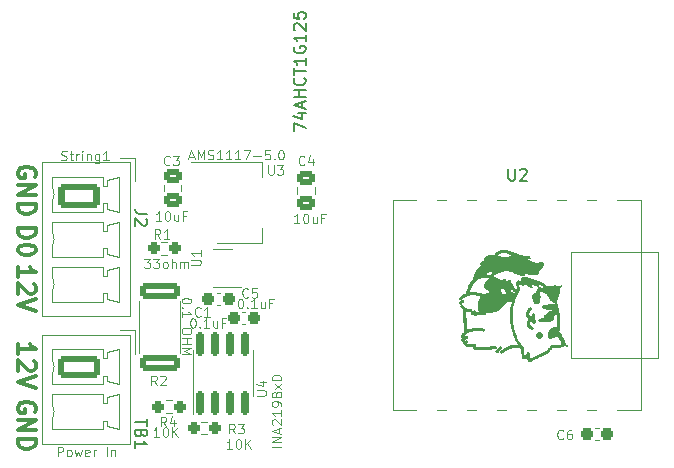
<source format=gbr>
%TF.GenerationSoftware,KiCad,Pcbnew,8.0.3*%
%TF.CreationDate,2024-06-15T12:10:25-04:00*%
%TF.ProjectId,RP2040_Count,52503230-3430-45f4-936f-756e742e6b69,v2*%
%TF.SameCoordinates,Original*%
%TF.FileFunction,Legend,Top*%
%TF.FilePolarity,Positive*%
%FSLAX46Y46*%
G04 Gerber Fmt 4.6, Leading zero omitted, Abs format (unit mm)*
G04 Created by KiCad (PCBNEW 8.0.3) date 2024-06-15 12:10:25*
%MOMM*%
%LPD*%
G01*
G04 APERTURE LIST*
G04 Aperture macros list*
%AMRoundRect*
0 Rectangle with rounded corners*
0 $1 Rounding radius*
0 $2 $3 $4 $5 $6 $7 $8 $9 X,Y pos of 4 corners*
0 Add a 4 corners polygon primitive as box body*
4,1,4,$2,$3,$4,$5,$6,$7,$8,$9,$2,$3,0*
0 Add four circle primitives for the rounded corners*
1,1,$1+$1,$2,$3*
1,1,$1+$1,$4,$5*
1,1,$1+$1,$6,$7*
1,1,$1+$1,$8,$9*
0 Add four rect primitives between the rounded corners*
20,1,$1+$1,$2,$3,$4,$5,0*
20,1,$1+$1,$4,$5,$6,$7,0*
20,1,$1+$1,$6,$7,$8,$9,0*
20,1,$1+$1,$8,$9,$2,$3,0*%
G04 Aperture macros list end*
%ADD10C,0.300000*%
%ADD11C,0.100000*%
%ADD12C,0.150000*%
%ADD13C,0.120000*%
%ADD14C,0.000000*%
%ADD15RoundRect,0.249999X1.425001X-0.450001X1.425001X0.450001X-1.425001X0.450001X-1.425001X-0.450001X0*%
%ADD16RoundRect,0.250000X-1.550000X0.650000X-1.550000X-0.650000X1.550000X-0.650000X1.550000X0.650000X0*%
%ADD17O,3.600000X1.800000*%
%ADD18RoundRect,0.237500X0.250000X0.237500X-0.250000X0.237500X-0.250000X-0.237500X0.250000X-0.237500X0*%
%ADD19RoundRect,0.237500X-0.300000X-0.237500X0.300000X-0.237500X0.300000X0.237500X-0.300000X0.237500X0*%
%ADD20R,0.700000X0.510000*%
%ADD21RoundRect,0.150000X0.150000X-0.825000X0.150000X0.825000X-0.150000X0.825000X-0.150000X-0.825000X0*%
%ADD22RoundRect,0.250000X0.475000X-0.337500X0.475000X0.337500X-0.475000X0.337500X-0.475000X-0.337500X0*%
%ADD23R,1.600000X1.600000*%
%ADD24R,1.700000X3.030000*%
%ADD25C,1.600000*%
%ADD26RoundRect,0.237500X-0.250000X-0.237500X0.250000X-0.237500X0.250000X0.237500X-0.250000X0.237500X0*%
%ADD27R,2.000000X1.500000*%
%ADD28R,2.000000X3.800000*%
%ADD29RoundRect,0.237500X0.300000X0.237500X-0.300000X0.237500X-0.300000X-0.237500X0.300000X-0.237500X0*%
%ADD30RoundRect,0.291667X-1.508333X0.758333X-1.508333X-0.758333X1.508333X-0.758333X1.508333X0.758333X0*%
%ADD31O,3.600000X2.100000*%
%ADD32R,2.500000X1.700000*%
%ADD33O,2.500000X1.700000*%
%ADD34C,2.000000*%
G04 APERTURE END LIST*
D10*
X100199171Y-84540225D02*
X100199171Y-83683082D01*
X100199171Y-84111653D02*
X101699171Y-84111653D01*
X101699171Y-84111653D02*
X101484885Y-83968796D01*
X101484885Y-83968796D02*
X101342028Y-83825939D01*
X101342028Y-83825939D02*
X101270600Y-83683082D01*
X101556314Y-85111653D02*
X101627742Y-85183081D01*
X101627742Y-85183081D02*
X101699171Y-85325939D01*
X101699171Y-85325939D02*
X101699171Y-85683081D01*
X101699171Y-85683081D02*
X101627742Y-85825939D01*
X101627742Y-85825939D02*
X101556314Y-85897367D01*
X101556314Y-85897367D02*
X101413457Y-85968796D01*
X101413457Y-85968796D02*
X101270600Y-85968796D01*
X101270600Y-85968796D02*
X101056314Y-85897367D01*
X101056314Y-85897367D02*
X100199171Y-85040224D01*
X100199171Y-85040224D02*
X100199171Y-85968796D01*
X101699171Y-86397367D02*
X100199171Y-86897367D01*
X100199171Y-86897367D02*
X101699171Y-87397367D01*
X101627742Y-76040225D02*
X101699171Y-75897368D01*
X101699171Y-75897368D02*
X101699171Y-75683082D01*
X101699171Y-75683082D02*
X101627742Y-75468796D01*
X101627742Y-75468796D02*
X101484885Y-75325939D01*
X101484885Y-75325939D02*
X101342028Y-75254510D01*
X101342028Y-75254510D02*
X101056314Y-75183082D01*
X101056314Y-75183082D02*
X100842028Y-75183082D01*
X100842028Y-75183082D02*
X100556314Y-75254510D01*
X100556314Y-75254510D02*
X100413457Y-75325939D01*
X100413457Y-75325939D02*
X100270600Y-75468796D01*
X100270600Y-75468796D02*
X100199171Y-75683082D01*
X100199171Y-75683082D02*
X100199171Y-75825939D01*
X100199171Y-75825939D02*
X100270600Y-76040225D01*
X100270600Y-76040225D02*
X100342028Y-76111653D01*
X100342028Y-76111653D02*
X100842028Y-76111653D01*
X100842028Y-76111653D02*
X100842028Y-75825939D01*
X100199171Y-76754510D02*
X101699171Y-76754510D01*
X101699171Y-76754510D02*
X100199171Y-77611653D01*
X100199171Y-77611653D02*
X101699171Y-77611653D01*
X100199171Y-78325939D02*
X101699171Y-78325939D01*
X101699171Y-78325939D02*
X101699171Y-78683082D01*
X101699171Y-78683082D02*
X101627742Y-78897368D01*
X101627742Y-78897368D02*
X101484885Y-79040225D01*
X101484885Y-79040225D02*
X101342028Y-79111654D01*
X101342028Y-79111654D02*
X101056314Y-79183082D01*
X101056314Y-79183082D02*
X100842028Y-79183082D01*
X100842028Y-79183082D02*
X100556314Y-79111654D01*
X100556314Y-79111654D02*
X100413457Y-79040225D01*
X100413457Y-79040225D02*
X100270600Y-78897368D01*
X100270600Y-78897368D02*
X100199171Y-78683082D01*
X100199171Y-78683082D02*
X100199171Y-78325939D01*
X101627742Y-95940225D02*
X101699171Y-95797368D01*
X101699171Y-95797368D02*
X101699171Y-95583082D01*
X101699171Y-95583082D02*
X101627742Y-95368796D01*
X101627742Y-95368796D02*
X101484885Y-95225939D01*
X101484885Y-95225939D02*
X101342028Y-95154510D01*
X101342028Y-95154510D02*
X101056314Y-95083082D01*
X101056314Y-95083082D02*
X100842028Y-95083082D01*
X100842028Y-95083082D02*
X100556314Y-95154510D01*
X100556314Y-95154510D02*
X100413457Y-95225939D01*
X100413457Y-95225939D02*
X100270600Y-95368796D01*
X100270600Y-95368796D02*
X100199171Y-95583082D01*
X100199171Y-95583082D02*
X100199171Y-95725939D01*
X100199171Y-95725939D02*
X100270600Y-95940225D01*
X100270600Y-95940225D02*
X100342028Y-96011653D01*
X100342028Y-96011653D02*
X100842028Y-96011653D01*
X100842028Y-96011653D02*
X100842028Y-95725939D01*
X100199171Y-96654510D02*
X101699171Y-96654510D01*
X101699171Y-96654510D02*
X100199171Y-97511653D01*
X100199171Y-97511653D02*
X101699171Y-97511653D01*
X100199171Y-98225939D02*
X101699171Y-98225939D01*
X101699171Y-98225939D02*
X101699171Y-98583082D01*
X101699171Y-98583082D02*
X101627742Y-98797368D01*
X101627742Y-98797368D02*
X101484885Y-98940225D01*
X101484885Y-98940225D02*
X101342028Y-99011654D01*
X101342028Y-99011654D02*
X101056314Y-99083082D01*
X101056314Y-99083082D02*
X100842028Y-99083082D01*
X100842028Y-99083082D02*
X100556314Y-99011654D01*
X100556314Y-99011654D02*
X100413457Y-98940225D01*
X100413457Y-98940225D02*
X100270600Y-98797368D01*
X100270600Y-98797368D02*
X100199171Y-98583082D01*
X100199171Y-98583082D02*
X100199171Y-98225939D01*
X100199171Y-91040225D02*
X100199171Y-90183082D01*
X100199171Y-90611653D02*
X101699171Y-90611653D01*
X101699171Y-90611653D02*
X101484885Y-90468796D01*
X101484885Y-90468796D02*
X101342028Y-90325939D01*
X101342028Y-90325939D02*
X101270600Y-90183082D01*
X101556314Y-91611653D02*
X101627742Y-91683081D01*
X101627742Y-91683081D02*
X101699171Y-91825939D01*
X101699171Y-91825939D02*
X101699171Y-92183081D01*
X101699171Y-92183081D02*
X101627742Y-92325939D01*
X101627742Y-92325939D02*
X101556314Y-92397367D01*
X101556314Y-92397367D02*
X101413457Y-92468796D01*
X101413457Y-92468796D02*
X101270600Y-92468796D01*
X101270600Y-92468796D02*
X101056314Y-92397367D01*
X101056314Y-92397367D02*
X100199171Y-91540224D01*
X100199171Y-91540224D02*
X100199171Y-92468796D01*
X101699171Y-92897367D02*
X100199171Y-93397367D01*
X100199171Y-93397367D02*
X101699171Y-93897367D01*
X100199171Y-80354510D02*
X101699171Y-80354510D01*
X101699171Y-80354510D02*
X101699171Y-80711653D01*
X101699171Y-80711653D02*
X101627742Y-80925939D01*
X101627742Y-80925939D02*
X101484885Y-81068796D01*
X101484885Y-81068796D02*
X101342028Y-81140225D01*
X101342028Y-81140225D02*
X101056314Y-81211653D01*
X101056314Y-81211653D02*
X100842028Y-81211653D01*
X100842028Y-81211653D02*
X100556314Y-81140225D01*
X100556314Y-81140225D02*
X100413457Y-81068796D01*
X100413457Y-81068796D02*
X100270600Y-80925939D01*
X100270600Y-80925939D02*
X100199171Y-80711653D01*
X100199171Y-80711653D02*
X100199171Y-80354510D01*
X101699171Y-82140225D02*
X101699171Y-82283082D01*
X101699171Y-82283082D02*
X101627742Y-82425939D01*
X101627742Y-82425939D02*
X101556314Y-82497368D01*
X101556314Y-82497368D02*
X101413457Y-82568796D01*
X101413457Y-82568796D02*
X101127742Y-82640225D01*
X101127742Y-82640225D02*
X100770600Y-82640225D01*
X100770600Y-82640225D02*
X100484885Y-82568796D01*
X100484885Y-82568796D02*
X100342028Y-82497368D01*
X100342028Y-82497368D02*
X100270600Y-82425939D01*
X100270600Y-82425939D02*
X100199171Y-82283082D01*
X100199171Y-82283082D02*
X100199171Y-82140225D01*
X100199171Y-82140225D02*
X100270600Y-81997368D01*
X100270600Y-81997368D02*
X100342028Y-81925939D01*
X100342028Y-81925939D02*
X100484885Y-81854510D01*
X100484885Y-81854510D02*
X100770600Y-81783082D01*
X100770600Y-81783082D02*
X101127742Y-81783082D01*
X101127742Y-81783082D02*
X101413457Y-81854510D01*
X101413457Y-81854510D02*
X101556314Y-81925939D01*
X101556314Y-81925939D02*
X101627742Y-81997368D01*
X101627742Y-81997368D02*
X101699171Y-82140225D01*
D11*
X111966667Y-93664895D02*
X111700000Y-93283942D01*
X111509524Y-93664895D02*
X111509524Y-92864895D01*
X111509524Y-92864895D02*
X111814286Y-92864895D01*
X111814286Y-92864895D02*
X111890476Y-92902990D01*
X111890476Y-92902990D02*
X111928571Y-92941085D01*
X111928571Y-92941085D02*
X111966667Y-93017276D01*
X111966667Y-93017276D02*
X111966667Y-93131561D01*
X111966667Y-93131561D02*
X111928571Y-93207752D01*
X111928571Y-93207752D02*
X111890476Y-93245847D01*
X111890476Y-93245847D02*
X111814286Y-93283942D01*
X111814286Y-93283942D02*
X111509524Y-93283942D01*
X112271428Y-92941085D02*
X112309524Y-92902990D01*
X112309524Y-92902990D02*
X112385714Y-92864895D01*
X112385714Y-92864895D02*
X112576190Y-92864895D01*
X112576190Y-92864895D02*
X112652381Y-92902990D01*
X112652381Y-92902990D02*
X112690476Y-92941085D01*
X112690476Y-92941085D02*
X112728571Y-93017276D01*
X112728571Y-93017276D02*
X112728571Y-93093466D01*
X112728571Y-93093466D02*
X112690476Y-93207752D01*
X112690476Y-93207752D02*
X112233333Y-93664895D01*
X112233333Y-93664895D02*
X112728571Y-93664895D01*
X114865104Y-86490476D02*
X114865104Y-86566666D01*
X114865104Y-86566666D02*
X114827009Y-86642857D01*
X114827009Y-86642857D02*
X114788914Y-86680952D01*
X114788914Y-86680952D02*
X114712723Y-86719047D01*
X114712723Y-86719047D02*
X114560342Y-86757142D01*
X114560342Y-86757142D02*
X114369866Y-86757142D01*
X114369866Y-86757142D02*
X114217485Y-86719047D01*
X114217485Y-86719047D02*
X114141295Y-86680952D01*
X114141295Y-86680952D02*
X114103200Y-86642857D01*
X114103200Y-86642857D02*
X114065104Y-86566666D01*
X114065104Y-86566666D02*
X114065104Y-86490476D01*
X114065104Y-86490476D02*
X114103200Y-86414285D01*
X114103200Y-86414285D02*
X114141295Y-86376190D01*
X114141295Y-86376190D02*
X114217485Y-86338095D01*
X114217485Y-86338095D02*
X114369866Y-86299999D01*
X114369866Y-86299999D02*
X114560342Y-86299999D01*
X114560342Y-86299999D02*
X114712723Y-86338095D01*
X114712723Y-86338095D02*
X114788914Y-86376190D01*
X114788914Y-86376190D02*
X114827009Y-86414285D01*
X114827009Y-86414285D02*
X114865104Y-86490476D01*
X114141295Y-87100000D02*
X114103200Y-87138095D01*
X114103200Y-87138095D02*
X114065104Y-87100000D01*
X114065104Y-87100000D02*
X114103200Y-87061904D01*
X114103200Y-87061904D02*
X114141295Y-87100000D01*
X114141295Y-87100000D02*
X114065104Y-87100000D01*
X114065104Y-87899999D02*
X114065104Y-87442856D01*
X114065104Y-87671428D02*
X114865104Y-87671428D01*
X114865104Y-87671428D02*
X114750819Y-87595237D01*
X114750819Y-87595237D02*
X114674628Y-87519047D01*
X114674628Y-87519047D02*
X114636533Y-87442856D01*
X114865104Y-89004762D02*
X114865104Y-89157143D01*
X114865104Y-89157143D02*
X114827009Y-89233333D01*
X114827009Y-89233333D02*
X114750819Y-89309524D01*
X114750819Y-89309524D02*
X114598438Y-89347619D01*
X114598438Y-89347619D02*
X114331771Y-89347619D01*
X114331771Y-89347619D02*
X114179390Y-89309524D01*
X114179390Y-89309524D02*
X114103200Y-89233333D01*
X114103200Y-89233333D02*
X114065104Y-89157143D01*
X114065104Y-89157143D02*
X114065104Y-89004762D01*
X114065104Y-89004762D02*
X114103200Y-88928571D01*
X114103200Y-88928571D02*
X114179390Y-88852381D01*
X114179390Y-88852381D02*
X114331771Y-88814285D01*
X114331771Y-88814285D02*
X114598438Y-88814285D01*
X114598438Y-88814285D02*
X114750819Y-88852381D01*
X114750819Y-88852381D02*
X114827009Y-88928571D01*
X114827009Y-88928571D02*
X114865104Y-89004762D01*
X114065104Y-89690476D02*
X114865104Y-89690476D01*
X114484152Y-89690476D02*
X114484152Y-90147619D01*
X114065104Y-90147619D02*
X114865104Y-90147619D01*
X114065104Y-90528571D02*
X114865104Y-90528571D01*
X114865104Y-90528571D02*
X114293676Y-90795237D01*
X114293676Y-90795237D02*
X114865104Y-91061904D01*
X114865104Y-91061904D02*
X114065104Y-91061904D01*
D12*
X111145180Y-96538095D02*
X111145180Y-97109523D01*
X110145180Y-96823809D02*
X111145180Y-96823809D01*
X110668990Y-97776190D02*
X110621371Y-97919047D01*
X110621371Y-97919047D02*
X110573752Y-97966666D01*
X110573752Y-97966666D02*
X110478514Y-98014285D01*
X110478514Y-98014285D02*
X110335657Y-98014285D01*
X110335657Y-98014285D02*
X110240419Y-97966666D01*
X110240419Y-97966666D02*
X110192800Y-97919047D01*
X110192800Y-97919047D02*
X110145180Y-97823809D01*
X110145180Y-97823809D02*
X110145180Y-97442857D01*
X110145180Y-97442857D02*
X111145180Y-97442857D01*
X111145180Y-97442857D02*
X111145180Y-97776190D01*
X111145180Y-97776190D02*
X111097561Y-97871428D01*
X111097561Y-97871428D02*
X111049942Y-97919047D01*
X111049942Y-97919047D02*
X110954704Y-97966666D01*
X110954704Y-97966666D02*
X110859466Y-97966666D01*
X110859466Y-97966666D02*
X110764228Y-97919047D01*
X110764228Y-97919047D02*
X110716609Y-97871428D01*
X110716609Y-97871428D02*
X110668990Y-97776190D01*
X110668990Y-97776190D02*
X110668990Y-97442857D01*
X110145180Y-98966666D02*
X110145180Y-98395238D01*
X110145180Y-98680952D02*
X111145180Y-98680952D01*
X111145180Y-98680952D02*
X111002323Y-98585714D01*
X111002323Y-98585714D02*
X110907085Y-98490476D01*
X110907085Y-98490476D02*
X110859466Y-98395238D01*
D11*
X103561905Y-99694895D02*
X103561905Y-98894895D01*
X103561905Y-98894895D02*
X103866667Y-98894895D01*
X103866667Y-98894895D02*
X103942857Y-98932990D01*
X103942857Y-98932990D02*
X103980952Y-98971085D01*
X103980952Y-98971085D02*
X104019048Y-99047276D01*
X104019048Y-99047276D02*
X104019048Y-99161561D01*
X104019048Y-99161561D02*
X103980952Y-99237752D01*
X103980952Y-99237752D02*
X103942857Y-99275847D01*
X103942857Y-99275847D02*
X103866667Y-99313942D01*
X103866667Y-99313942D02*
X103561905Y-99313942D01*
X104476190Y-99694895D02*
X104400000Y-99656800D01*
X104400000Y-99656800D02*
X104361905Y-99618704D01*
X104361905Y-99618704D02*
X104323809Y-99542514D01*
X104323809Y-99542514D02*
X104323809Y-99313942D01*
X104323809Y-99313942D02*
X104361905Y-99237752D01*
X104361905Y-99237752D02*
X104400000Y-99199657D01*
X104400000Y-99199657D02*
X104476190Y-99161561D01*
X104476190Y-99161561D02*
X104590476Y-99161561D01*
X104590476Y-99161561D02*
X104666667Y-99199657D01*
X104666667Y-99199657D02*
X104704762Y-99237752D01*
X104704762Y-99237752D02*
X104742857Y-99313942D01*
X104742857Y-99313942D02*
X104742857Y-99542514D01*
X104742857Y-99542514D02*
X104704762Y-99618704D01*
X104704762Y-99618704D02*
X104666667Y-99656800D01*
X104666667Y-99656800D02*
X104590476Y-99694895D01*
X104590476Y-99694895D02*
X104476190Y-99694895D01*
X105009524Y-99161561D02*
X105161905Y-99694895D01*
X105161905Y-99694895D02*
X105314286Y-99313942D01*
X105314286Y-99313942D02*
X105466667Y-99694895D01*
X105466667Y-99694895D02*
X105619048Y-99161561D01*
X106228572Y-99656800D02*
X106152381Y-99694895D01*
X106152381Y-99694895D02*
X106000000Y-99694895D01*
X106000000Y-99694895D02*
X105923810Y-99656800D01*
X105923810Y-99656800D02*
X105885714Y-99580609D01*
X105885714Y-99580609D02*
X105885714Y-99275847D01*
X105885714Y-99275847D02*
X105923810Y-99199657D01*
X105923810Y-99199657D02*
X106000000Y-99161561D01*
X106000000Y-99161561D02*
X106152381Y-99161561D01*
X106152381Y-99161561D02*
X106228572Y-99199657D01*
X106228572Y-99199657D02*
X106266667Y-99275847D01*
X106266667Y-99275847D02*
X106266667Y-99352038D01*
X106266667Y-99352038D02*
X105885714Y-99428228D01*
X106609524Y-99694895D02*
X106609524Y-99161561D01*
X106609524Y-99313942D02*
X106647619Y-99237752D01*
X106647619Y-99237752D02*
X106685714Y-99199657D01*
X106685714Y-99199657D02*
X106761905Y-99161561D01*
X106761905Y-99161561D02*
X106838095Y-99161561D01*
X107714286Y-99694895D02*
X107714286Y-98894895D01*
X108095238Y-99161561D02*
X108095238Y-99694895D01*
X108095238Y-99237752D02*
X108133333Y-99199657D01*
X108133333Y-99199657D02*
X108209523Y-99161561D01*
X108209523Y-99161561D02*
X108323809Y-99161561D01*
X108323809Y-99161561D02*
X108400000Y-99199657D01*
X108400000Y-99199657D02*
X108438095Y-99275847D01*
X108438095Y-99275847D02*
X108438095Y-99694895D01*
X118566667Y-97764895D02*
X118300000Y-97383942D01*
X118109524Y-97764895D02*
X118109524Y-96964895D01*
X118109524Y-96964895D02*
X118414286Y-96964895D01*
X118414286Y-96964895D02*
X118490476Y-97002990D01*
X118490476Y-97002990D02*
X118528571Y-97041085D01*
X118528571Y-97041085D02*
X118566667Y-97117276D01*
X118566667Y-97117276D02*
X118566667Y-97231561D01*
X118566667Y-97231561D02*
X118528571Y-97307752D01*
X118528571Y-97307752D02*
X118490476Y-97345847D01*
X118490476Y-97345847D02*
X118414286Y-97383942D01*
X118414286Y-97383942D02*
X118109524Y-97383942D01*
X118833333Y-96964895D02*
X119328571Y-96964895D01*
X119328571Y-96964895D02*
X119061905Y-97269657D01*
X119061905Y-97269657D02*
X119176190Y-97269657D01*
X119176190Y-97269657D02*
X119252381Y-97307752D01*
X119252381Y-97307752D02*
X119290476Y-97345847D01*
X119290476Y-97345847D02*
X119328571Y-97422038D01*
X119328571Y-97422038D02*
X119328571Y-97612514D01*
X119328571Y-97612514D02*
X119290476Y-97688704D01*
X119290476Y-97688704D02*
X119252381Y-97726800D01*
X119252381Y-97726800D02*
X119176190Y-97764895D01*
X119176190Y-97764895D02*
X118947619Y-97764895D01*
X118947619Y-97764895D02*
X118871428Y-97726800D01*
X118871428Y-97726800D02*
X118833333Y-97688704D01*
X118347618Y-99064895D02*
X117890475Y-99064895D01*
X118119047Y-99064895D02*
X118119047Y-98264895D01*
X118119047Y-98264895D02*
X118042856Y-98379180D01*
X118042856Y-98379180D02*
X117966666Y-98455371D01*
X117966666Y-98455371D02*
X117890475Y-98493466D01*
X118842857Y-98264895D02*
X118919047Y-98264895D01*
X118919047Y-98264895D02*
X118995238Y-98302990D01*
X118995238Y-98302990D02*
X119033333Y-98341085D01*
X119033333Y-98341085D02*
X119071428Y-98417276D01*
X119071428Y-98417276D02*
X119109523Y-98569657D01*
X119109523Y-98569657D02*
X119109523Y-98760133D01*
X119109523Y-98760133D02*
X119071428Y-98912514D01*
X119071428Y-98912514D02*
X119033333Y-98988704D01*
X119033333Y-98988704D02*
X118995238Y-99026800D01*
X118995238Y-99026800D02*
X118919047Y-99064895D01*
X118919047Y-99064895D02*
X118842857Y-99064895D01*
X118842857Y-99064895D02*
X118766666Y-99026800D01*
X118766666Y-99026800D02*
X118728571Y-98988704D01*
X118728571Y-98988704D02*
X118690476Y-98912514D01*
X118690476Y-98912514D02*
X118652380Y-98760133D01*
X118652380Y-98760133D02*
X118652380Y-98569657D01*
X118652380Y-98569657D02*
X118690476Y-98417276D01*
X118690476Y-98417276D02*
X118728571Y-98341085D01*
X118728571Y-98341085D02*
X118766666Y-98302990D01*
X118766666Y-98302990D02*
X118842857Y-98264895D01*
X119452381Y-99064895D02*
X119452381Y-98264895D01*
X119909524Y-99064895D02*
X119566666Y-98607752D01*
X119909524Y-98264895D02*
X119452381Y-98722038D01*
X146366667Y-98188704D02*
X146328571Y-98226800D01*
X146328571Y-98226800D02*
X146214286Y-98264895D01*
X146214286Y-98264895D02*
X146138095Y-98264895D01*
X146138095Y-98264895D02*
X146023809Y-98226800D01*
X146023809Y-98226800D02*
X145947619Y-98150609D01*
X145947619Y-98150609D02*
X145909524Y-98074419D01*
X145909524Y-98074419D02*
X145871428Y-97922038D01*
X145871428Y-97922038D02*
X145871428Y-97807752D01*
X145871428Y-97807752D02*
X145909524Y-97655371D01*
X145909524Y-97655371D02*
X145947619Y-97579180D01*
X145947619Y-97579180D02*
X146023809Y-97502990D01*
X146023809Y-97502990D02*
X146138095Y-97464895D01*
X146138095Y-97464895D02*
X146214286Y-97464895D01*
X146214286Y-97464895D02*
X146328571Y-97502990D01*
X146328571Y-97502990D02*
X146366667Y-97541085D01*
X147052381Y-97464895D02*
X146900000Y-97464895D01*
X146900000Y-97464895D02*
X146823809Y-97502990D01*
X146823809Y-97502990D02*
X146785714Y-97541085D01*
X146785714Y-97541085D02*
X146709524Y-97655371D01*
X146709524Y-97655371D02*
X146671428Y-97807752D01*
X146671428Y-97807752D02*
X146671428Y-98112514D01*
X146671428Y-98112514D02*
X146709524Y-98188704D01*
X146709524Y-98188704D02*
X146747619Y-98226800D01*
X146747619Y-98226800D02*
X146823809Y-98264895D01*
X146823809Y-98264895D02*
X146976190Y-98264895D01*
X146976190Y-98264895D02*
X147052381Y-98226800D01*
X147052381Y-98226800D02*
X147090476Y-98188704D01*
X147090476Y-98188704D02*
X147128571Y-98112514D01*
X147128571Y-98112514D02*
X147128571Y-97922038D01*
X147128571Y-97922038D02*
X147090476Y-97845847D01*
X147090476Y-97845847D02*
X147052381Y-97807752D01*
X147052381Y-97807752D02*
X146976190Y-97769657D01*
X146976190Y-97769657D02*
X146823809Y-97769657D01*
X146823809Y-97769657D02*
X146747619Y-97807752D01*
X146747619Y-97807752D02*
X146709524Y-97845847D01*
X146709524Y-97845847D02*
X146671428Y-97922038D01*
X115666667Y-87788704D02*
X115628571Y-87826800D01*
X115628571Y-87826800D02*
X115514286Y-87864895D01*
X115514286Y-87864895D02*
X115438095Y-87864895D01*
X115438095Y-87864895D02*
X115323809Y-87826800D01*
X115323809Y-87826800D02*
X115247619Y-87750609D01*
X115247619Y-87750609D02*
X115209524Y-87674419D01*
X115209524Y-87674419D02*
X115171428Y-87522038D01*
X115171428Y-87522038D02*
X115171428Y-87407752D01*
X115171428Y-87407752D02*
X115209524Y-87255371D01*
X115209524Y-87255371D02*
X115247619Y-87179180D01*
X115247619Y-87179180D02*
X115323809Y-87102990D01*
X115323809Y-87102990D02*
X115438095Y-87064895D01*
X115438095Y-87064895D02*
X115514286Y-87064895D01*
X115514286Y-87064895D02*
X115628571Y-87102990D01*
X115628571Y-87102990D02*
X115666667Y-87141085D01*
X116428571Y-87864895D02*
X115971428Y-87864895D01*
X116200000Y-87864895D02*
X116200000Y-87064895D01*
X116200000Y-87064895D02*
X116123809Y-87179180D01*
X116123809Y-87179180D02*
X116047619Y-87255371D01*
X116047619Y-87255371D02*
X115971428Y-87293466D01*
X114985714Y-88004895D02*
X115061904Y-88004895D01*
X115061904Y-88004895D02*
X115138095Y-88042990D01*
X115138095Y-88042990D02*
X115176190Y-88081085D01*
X115176190Y-88081085D02*
X115214285Y-88157276D01*
X115214285Y-88157276D02*
X115252380Y-88309657D01*
X115252380Y-88309657D02*
X115252380Y-88500133D01*
X115252380Y-88500133D02*
X115214285Y-88652514D01*
X115214285Y-88652514D02*
X115176190Y-88728704D01*
X115176190Y-88728704D02*
X115138095Y-88766800D01*
X115138095Y-88766800D02*
X115061904Y-88804895D01*
X115061904Y-88804895D02*
X114985714Y-88804895D01*
X114985714Y-88804895D02*
X114909523Y-88766800D01*
X114909523Y-88766800D02*
X114871428Y-88728704D01*
X114871428Y-88728704D02*
X114833333Y-88652514D01*
X114833333Y-88652514D02*
X114795237Y-88500133D01*
X114795237Y-88500133D02*
X114795237Y-88309657D01*
X114795237Y-88309657D02*
X114833333Y-88157276D01*
X114833333Y-88157276D02*
X114871428Y-88081085D01*
X114871428Y-88081085D02*
X114909523Y-88042990D01*
X114909523Y-88042990D02*
X114985714Y-88004895D01*
X115595238Y-88728704D02*
X115633333Y-88766800D01*
X115633333Y-88766800D02*
X115595238Y-88804895D01*
X115595238Y-88804895D02*
X115557142Y-88766800D01*
X115557142Y-88766800D02*
X115595238Y-88728704D01*
X115595238Y-88728704D02*
X115595238Y-88804895D01*
X116395237Y-88804895D02*
X115938094Y-88804895D01*
X116166666Y-88804895D02*
X116166666Y-88004895D01*
X116166666Y-88004895D02*
X116090475Y-88119180D01*
X116090475Y-88119180D02*
X116014285Y-88195371D01*
X116014285Y-88195371D02*
X115938094Y-88233466D01*
X117080952Y-88271561D02*
X117080952Y-88804895D01*
X116738095Y-88271561D02*
X116738095Y-88690609D01*
X116738095Y-88690609D02*
X116776190Y-88766800D01*
X116776190Y-88766800D02*
X116852380Y-88804895D01*
X116852380Y-88804895D02*
X116966666Y-88804895D01*
X116966666Y-88804895D02*
X117042857Y-88766800D01*
X117042857Y-88766800D02*
X117080952Y-88728704D01*
X117728571Y-88385847D02*
X117461905Y-88385847D01*
X117461905Y-88804895D02*
X117461905Y-88004895D01*
X117461905Y-88004895D02*
X117842857Y-88004895D01*
X114864895Y-83509523D02*
X115512514Y-83509523D01*
X115512514Y-83509523D02*
X115588704Y-83471428D01*
X115588704Y-83471428D02*
X115626800Y-83433333D01*
X115626800Y-83433333D02*
X115664895Y-83357142D01*
X115664895Y-83357142D02*
X115664895Y-83204761D01*
X115664895Y-83204761D02*
X115626800Y-83128571D01*
X115626800Y-83128571D02*
X115588704Y-83090476D01*
X115588704Y-83090476D02*
X115512514Y-83052380D01*
X115512514Y-83052380D02*
X114864895Y-83052380D01*
X115664895Y-82252381D02*
X115664895Y-82709524D01*
X115664895Y-82480952D02*
X114864895Y-82480952D01*
X114864895Y-82480952D02*
X114979180Y-82557143D01*
X114979180Y-82557143D02*
X115055371Y-82633333D01*
X115055371Y-82633333D02*
X115093466Y-82709524D01*
D12*
X123554819Y-72147618D02*
X123554819Y-71480952D01*
X123554819Y-71480952D02*
X124554819Y-71909523D01*
X123888152Y-70671428D02*
X124554819Y-70671428D01*
X123507200Y-70909523D02*
X124221485Y-71147618D01*
X124221485Y-71147618D02*
X124221485Y-70528571D01*
X124269104Y-70195237D02*
X124269104Y-69719047D01*
X124554819Y-70290475D02*
X123554819Y-69957142D01*
X123554819Y-69957142D02*
X124554819Y-69623809D01*
X124554819Y-69290475D02*
X123554819Y-69290475D01*
X124031009Y-69290475D02*
X124031009Y-68719047D01*
X124554819Y-68719047D02*
X123554819Y-68719047D01*
X124459580Y-67671428D02*
X124507200Y-67719047D01*
X124507200Y-67719047D02*
X124554819Y-67861904D01*
X124554819Y-67861904D02*
X124554819Y-67957142D01*
X124554819Y-67957142D02*
X124507200Y-68099999D01*
X124507200Y-68099999D02*
X124411961Y-68195237D01*
X124411961Y-68195237D02*
X124316723Y-68242856D01*
X124316723Y-68242856D02*
X124126247Y-68290475D01*
X124126247Y-68290475D02*
X123983390Y-68290475D01*
X123983390Y-68290475D02*
X123792914Y-68242856D01*
X123792914Y-68242856D02*
X123697676Y-68195237D01*
X123697676Y-68195237D02*
X123602438Y-68099999D01*
X123602438Y-68099999D02*
X123554819Y-67957142D01*
X123554819Y-67957142D02*
X123554819Y-67861904D01*
X123554819Y-67861904D02*
X123602438Y-67719047D01*
X123602438Y-67719047D02*
X123650057Y-67671428D01*
X123554819Y-67385713D02*
X123554819Y-66814285D01*
X124554819Y-67099999D02*
X123554819Y-67099999D01*
X124554819Y-65957142D02*
X124554819Y-66528570D01*
X124554819Y-66242856D02*
X123554819Y-66242856D01*
X123554819Y-66242856D02*
X123697676Y-66338094D01*
X123697676Y-66338094D02*
X123792914Y-66433332D01*
X123792914Y-66433332D02*
X123840533Y-66528570D01*
X123602438Y-65004761D02*
X123554819Y-65099999D01*
X123554819Y-65099999D02*
X123554819Y-65242856D01*
X123554819Y-65242856D02*
X123602438Y-65385713D01*
X123602438Y-65385713D02*
X123697676Y-65480951D01*
X123697676Y-65480951D02*
X123792914Y-65528570D01*
X123792914Y-65528570D02*
X123983390Y-65576189D01*
X123983390Y-65576189D02*
X124126247Y-65576189D01*
X124126247Y-65576189D02*
X124316723Y-65528570D01*
X124316723Y-65528570D02*
X124411961Y-65480951D01*
X124411961Y-65480951D02*
X124507200Y-65385713D01*
X124507200Y-65385713D02*
X124554819Y-65242856D01*
X124554819Y-65242856D02*
X124554819Y-65147618D01*
X124554819Y-65147618D02*
X124507200Y-65004761D01*
X124507200Y-65004761D02*
X124459580Y-64957142D01*
X124459580Y-64957142D02*
X124126247Y-64957142D01*
X124126247Y-64957142D02*
X124126247Y-65147618D01*
X124554819Y-64004761D02*
X124554819Y-64576189D01*
X124554819Y-64290475D02*
X123554819Y-64290475D01*
X123554819Y-64290475D02*
X123697676Y-64385713D01*
X123697676Y-64385713D02*
X123792914Y-64480951D01*
X123792914Y-64480951D02*
X123840533Y-64576189D01*
X123650057Y-63623808D02*
X123602438Y-63576189D01*
X123602438Y-63576189D02*
X123554819Y-63480951D01*
X123554819Y-63480951D02*
X123554819Y-63242856D01*
X123554819Y-63242856D02*
X123602438Y-63147618D01*
X123602438Y-63147618D02*
X123650057Y-63099999D01*
X123650057Y-63099999D02*
X123745295Y-63052380D01*
X123745295Y-63052380D02*
X123840533Y-63052380D01*
X123840533Y-63052380D02*
X123983390Y-63099999D01*
X123983390Y-63099999D02*
X124554819Y-63671427D01*
X124554819Y-63671427D02*
X124554819Y-63052380D01*
X123554819Y-62147618D02*
X123554819Y-62623808D01*
X123554819Y-62623808D02*
X124031009Y-62671427D01*
X124031009Y-62671427D02*
X123983390Y-62623808D01*
X123983390Y-62623808D02*
X123935771Y-62528570D01*
X123935771Y-62528570D02*
X123935771Y-62290475D01*
X123935771Y-62290475D02*
X123983390Y-62195237D01*
X123983390Y-62195237D02*
X124031009Y-62147618D01*
X124031009Y-62147618D02*
X124126247Y-62099999D01*
X124126247Y-62099999D02*
X124364342Y-62099999D01*
X124364342Y-62099999D02*
X124459580Y-62147618D01*
X124459580Y-62147618D02*
X124507200Y-62195237D01*
X124507200Y-62195237D02*
X124554819Y-62290475D01*
X124554819Y-62290475D02*
X124554819Y-62528570D01*
X124554819Y-62528570D02*
X124507200Y-62623808D01*
X124507200Y-62623808D02*
X124459580Y-62671427D01*
D11*
X120414895Y-94579523D02*
X121062514Y-94579523D01*
X121062514Y-94579523D02*
X121138704Y-94541428D01*
X121138704Y-94541428D02*
X121176800Y-94503333D01*
X121176800Y-94503333D02*
X121214895Y-94427142D01*
X121214895Y-94427142D02*
X121214895Y-94274761D01*
X121214895Y-94274761D02*
X121176800Y-94198571D01*
X121176800Y-94198571D02*
X121138704Y-94160476D01*
X121138704Y-94160476D02*
X121062514Y-94122380D01*
X121062514Y-94122380D02*
X120414895Y-94122380D01*
X120681561Y-93398571D02*
X121214895Y-93398571D01*
X120376800Y-93589047D02*
X120948228Y-93779524D01*
X120948228Y-93779524D02*
X120948228Y-93284285D01*
X122514895Y-98898570D02*
X121714895Y-98898570D01*
X122514895Y-98517618D02*
X121714895Y-98517618D01*
X121714895Y-98517618D02*
X122514895Y-98060475D01*
X122514895Y-98060475D02*
X121714895Y-98060475D01*
X122286323Y-97717619D02*
X122286323Y-97336666D01*
X122514895Y-97793809D02*
X121714895Y-97527142D01*
X121714895Y-97527142D02*
X122514895Y-97260476D01*
X121791085Y-97031905D02*
X121752990Y-96993809D01*
X121752990Y-96993809D02*
X121714895Y-96917619D01*
X121714895Y-96917619D02*
X121714895Y-96727143D01*
X121714895Y-96727143D02*
X121752990Y-96650952D01*
X121752990Y-96650952D02*
X121791085Y-96612857D01*
X121791085Y-96612857D02*
X121867276Y-96574762D01*
X121867276Y-96574762D02*
X121943466Y-96574762D01*
X121943466Y-96574762D02*
X122057752Y-96612857D01*
X122057752Y-96612857D02*
X122514895Y-97070000D01*
X122514895Y-97070000D02*
X122514895Y-96574762D01*
X122514895Y-95812857D02*
X122514895Y-96270000D01*
X122514895Y-96041428D02*
X121714895Y-96041428D01*
X121714895Y-96041428D02*
X121829180Y-96117619D01*
X121829180Y-96117619D02*
X121905371Y-96193809D01*
X121905371Y-96193809D02*
X121943466Y-96270000D01*
X122514895Y-95431904D02*
X122514895Y-95279523D01*
X122514895Y-95279523D02*
X122476800Y-95203333D01*
X122476800Y-95203333D02*
X122438704Y-95165237D01*
X122438704Y-95165237D02*
X122324419Y-95089047D01*
X122324419Y-95089047D02*
X122172038Y-95050952D01*
X122172038Y-95050952D02*
X121867276Y-95050952D01*
X121867276Y-95050952D02*
X121791085Y-95089047D01*
X121791085Y-95089047D02*
X121752990Y-95127142D01*
X121752990Y-95127142D02*
X121714895Y-95203333D01*
X121714895Y-95203333D02*
X121714895Y-95355714D01*
X121714895Y-95355714D02*
X121752990Y-95431904D01*
X121752990Y-95431904D02*
X121791085Y-95469999D01*
X121791085Y-95469999D02*
X121867276Y-95508095D01*
X121867276Y-95508095D02*
X122057752Y-95508095D01*
X122057752Y-95508095D02*
X122133942Y-95469999D01*
X122133942Y-95469999D02*
X122172038Y-95431904D01*
X122172038Y-95431904D02*
X122210133Y-95355714D01*
X122210133Y-95355714D02*
X122210133Y-95203333D01*
X122210133Y-95203333D02*
X122172038Y-95127142D01*
X122172038Y-95127142D02*
X122133942Y-95089047D01*
X122133942Y-95089047D02*
X122057752Y-95050952D01*
X122095847Y-94441428D02*
X122133942Y-94327142D01*
X122133942Y-94327142D02*
X122172038Y-94289047D01*
X122172038Y-94289047D02*
X122248228Y-94250951D01*
X122248228Y-94250951D02*
X122362514Y-94250951D01*
X122362514Y-94250951D02*
X122438704Y-94289047D01*
X122438704Y-94289047D02*
X122476800Y-94327142D01*
X122476800Y-94327142D02*
X122514895Y-94403332D01*
X122514895Y-94403332D02*
X122514895Y-94708094D01*
X122514895Y-94708094D02*
X121714895Y-94708094D01*
X121714895Y-94708094D02*
X121714895Y-94441428D01*
X121714895Y-94441428D02*
X121752990Y-94365237D01*
X121752990Y-94365237D02*
X121791085Y-94327142D01*
X121791085Y-94327142D02*
X121867276Y-94289047D01*
X121867276Y-94289047D02*
X121943466Y-94289047D01*
X121943466Y-94289047D02*
X122019657Y-94327142D01*
X122019657Y-94327142D02*
X122057752Y-94365237D01*
X122057752Y-94365237D02*
X122095847Y-94441428D01*
X122095847Y-94441428D02*
X122095847Y-94708094D01*
X122514895Y-93984285D02*
X121981561Y-93565237D01*
X121981561Y-93984285D02*
X122514895Y-93565237D01*
X122514895Y-93260475D02*
X121714895Y-93260475D01*
X121714895Y-93260475D02*
X121714895Y-93069999D01*
X121714895Y-93069999D02*
X121752990Y-92955713D01*
X121752990Y-92955713D02*
X121829180Y-92879523D01*
X121829180Y-92879523D02*
X121905371Y-92841428D01*
X121905371Y-92841428D02*
X122057752Y-92803332D01*
X122057752Y-92803332D02*
X122172038Y-92803332D01*
X122172038Y-92803332D02*
X122324419Y-92841428D01*
X122324419Y-92841428D02*
X122400609Y-92879523D01*
X122400609Y-92879523D02*
X122476800Y-92955713D01*
X122476800Y-92955713D02*
X122514895Y-93069999D01*
X122514895Y-93069999D02*
X122514895Y-93260475D01*
X124466667Y-74988704D02*
X124428571Y-75026800D01*
X124428571Y-75026800D02*
X124314286Y-75064895D01*
X124314286Y-75064895D02*
X124238095Y-75064895D01*
X124238095Y-75064895D02*
X124123809Y-75026800D01*
X124123809Y-75026800D02*
X124047619Y-74950609D01*
X124047619Y-74950609D02*
X124009524Y-74874419D01*
X124009524Y-74874419D02*
X123971428Y-74722038D01*
X123971428Y-74722038D02*
X123971428Y-74607752D01*
X123971428Y-74607752D02*
X124009524Y-74455371D01*
X124009524Y-74455371D02*
X124047619Y-74379180D01*
X124047619Y-74379180D02*
X124123809Y-74302990D01*
X124123809Y-74302990D02*
X124238095Y-74264895D01*
X124238095Y-74264895D02*
X124314286Y-74264895D01*
X124314286Y-74264895D02*
X124428571Y-74302990D01*
X124428571Y-74302990D02*
X124466667Y-74341085D01*
X125152381Y-74531561D02*
X125152381Y-75064895D01*
X124961905Y-74226800D02*
X124771428Y-74798228D01*
X124771428Y-74798228D02*
X125266667Y-74798228D01*
X124042856Y-79964895D02*
X123585713Y-79964895D01*
X123814285Y-79964895D02*
X123814285Y-79164895D01*
X123814285Y-79164895D02*
X123738094Y-79279180D01*
X123738094Y-79279180D02*
X123661904Y-79355371D01*
X123661904Y-79355371D02*
X123585713Y-79393466D01*
X124538095Y-79164895D02*
X124614285Y-79164895D01*
X124614285Y-79164895D02*
X124690476Y-79202990D01*
X124690476Y-79202990D02*
X124728571Y-79241085D01*
X124728571Y-79241085D02*
X124766666Y-79317276D01*
X124766666Y-79317276D02*
X124804761Y-79469657D01*
X124804761Y-79469657D02*
X124804761Y-79660133D01*
X124804761Y-79660133D02*
X124766666Y-79812514D01*
X124766666Y-79812514D02*
X124728571Y-79888704D01*
X124728571Y-79888704D02*
X124690476Y-79926800D01*
X124690476Y-79926800D02*
X124614285Y-79964895D01*
X124614285Y-79964895D02*
X124538095Y-79964895D01*
X124538095Y-79964895D02*
X124461904Y-79926800D01*
X124461904Y-79926800D02*
X124423809Y-79888704D01*
X124423809Y-79888704D02*
X124385714Y-79812514D01*
X124385714Y-79812514D02*
X124347618Y-79660133D01*
X124347618Y-79660133D02*
X124347618Y-79469657D01*
X124347618Y-79469657D02*
X124385714Y-79317276D01*
X124385714Y-79317276D02*
X124423809Y-79241085D01*
X124423809Y-79241085D02*
X124461904Y-79202990D01*
X124461904Y-79202990D02*
X124538095Y-79164895D01*
X125490476Y-79431561D02*
X125490476Y-79964895D01*
X125147619Y-79431561D02*
X125147619Y-79850609D01*
X125147619Y-79850609D02*
X125185714Y-79926800D01*
X125185714Y-79926800D02*
X125261904Y-79964895D01*
X125261904Y-79964895D02*
X125376190Y-79964895D01*
X125376190Y-79964895D02*
X125452381Y-79926800D01*
X125452381Y-79926800D02*
X125490476Y-79888704D01*
X126138095Y-79545847D02*
X125871429Y-79545847D01*
X125871429Y-79964895D02*
X125871429Y-79164895D01*
X125871429Y-79164895D02*
X126252381Y-79164895D01*
D12*
X141738095Y-75354819D02*
X141738095Y-76164342D01*
X141738095Y-76164342D02*
X141785714Y-76259580D01*
X141785714Y-76259580D02*
X141833333Y-76307200D01*
X141833333Y-76307200D02*
X141928571Y-76354819D01*
X141928571Y-76354819D02*
X142119047Y-76354819D01*
X142119047Y-76354819D02*
X142214285Y-76307200D01*
X142214285Y-76307200D02*
X142261904Y-76259580D01*
X142261904Y-76259580D02*
X142309523Y-76164342D01*
X142309523Y-76164342D02*
X142309523Y-75354819D01*
X142738095Y-75450057D02*
X142785714Y-75402438D01*
X142785714Y-75402438D02*
X142880952Y-75354819D01*
X142880952Y-75354819D02*
X143119047Y-75354819D01*
X143119047Y-75354819D02*
X143214285Y-75402438D01*
X143214285Y-75402438D02*
X143261904Y-75450057D01*
X143261904Y-75450057D02*
X143309523Y-75545295D01*
X143309523Y-75545295D02*
X143309523Y-75640533D01*
X143309523Y-75640533D02*
X143261904Y-75783390D01*
X143261904Y-75783390D02*
X142690476Y-76354819D01*
X142690476Y-76354819D02*
X143309523Y-76354819D01*
D11*
X112266667Y-81264895D02*
X112000000Y-80883942D01*
X111809524Y-81264895D02*
X111809524Y-80464895D01*
X111809524Y-80464895D02*
X112114286Y-80464895D01*
X112114286Y-80464895D02*
X112190476Y-80502990D01*
X112190476Y-80502990D02*
X112228571Y-80541085D01*
X112228571Y-80541085D02*
X112266667Y-80617276D01*
X112266667Y-80617276D02*
X112266667Y-80731561D01*
X112266667Y-80731561D02*
X112228571Y-80807752D01*
X112228571Y-80807752D02*
X112190476Y-80845847D01*
X112190476Y-80845847D02*
X112114286Y-80883942D01*
X112114286Y-80883942D02*
X111809524Y-80883942D01*
X113028571Y-81264895D02*
X112571428Y-81264895D01*
X112800000Y-81264895D02*
X112800000Y-80464895D01*
X112800000Y-80464895D02*
X112723809Y-80579180D01*
X112723809Y-80579180D02*
X112647619Y-80655371D01*
X112647619Y-80655371D02*
X112571428Y-80693466D01*
X110895237Y-82964895D02*
X111390475Y-82964895D01*
X111390475Y-82964895D02*
X111123809Y-83269657D01*
X111123809Y-83269657D02*
X111238094Y-83269657D01*
X111238094Y-83269657D02*
X111314285Y-83307752D01*
X111314285Y-83307752D02*
X111352380Y-83345847D01*
X111352380Y-83345847D02*
X111390475Y-83422038D01*
X111390475Y-83422038D02*
X111390475Y-83612514D01*
X111390475Y-83612514D02*
X111352380Y-83688704D01*
X111352380Y-83688704D02*
X111314285Y-83726800D01*
X111314285Y-83726800D02*
X111238094Y-83764895D01*
X111238094Y-83764895D02*
X111009523Y-83764895D01*
X111009523Y-83764895D02*
X110933332Y-83726800D01*
X110933332Y-83726800D02*
X110895237Y-83688704D01*
X111657142Y-82964895D02*
X112152380Y-82964895D01*
X112152380Y-82964895D02*
X111885714Y-83269657D01*
X111885714Y-83269657D02*
X111999999Y-83269657D01*
X111999999Y-83269657D02*
X112076190Y-83307752D01*
X112076190Y-83307752D02*
X112114285Y-83345847D01*
X112114285Y-83345847D02*
X112152380Y-83422038D01*
X112152380Y-83422038D02*
X112152380Y-83612514D01*
X112152380Y-83612514D02*
X112114285Y-83688704D01*
X112114285Y-83688704D02*
X112076190Y-83726800D01*
X112076190Y-83726800D02*
X111999999Y-83764895D01*
X111999999Y-83764895D02*
X111771428Y-83764895D01*
X111771428Y-83764895D02*
X111695237Y-83726800D01*
X111695237Y-83726800D02*
X111657142Y-83688704D01*
X112609523Y-83764895D02*
X112533333Y-83726800D01*
X112533333Y-83726800D02*
X112495238Y-83688704D01*
X112495238Y-83688704D02*
X112457142Y-83612514D01*
X112457142Y-83612514D02*
X112457142Y-83383942D01*
X112457142Y-83383942D02*
X112495238Y-83307752D01*
X112495238Y-83307752D02*
X112533333Y-83269657D01*
X112533333Y-83269657D02*
X112609523Y-83231561D01*
X112609523Y-83231561D02*
X112723809Y-83231561D01*
X112723809Y-83231561D02*
X112800000Y-83269657D01*
X112800000Y-83269657D02*
X112838095Y-83307752D01*
X112838095Y-83307752D02*
X112876190Y-83383942D01*
X112876190Y-83383942D02*
X112876190Y-83612514D01*
X112876190Y-83612514D02*
X112838095Y-83688704D01*
X112838095Y-83688704D02*
X112800000Y-83726800D01*
X112800000Y-83726800D02*
X112723809Y-83764895D01*
X112723809Y-83764895D02*
X112609523Y-83764895D01*
X113219048Y-83764895D02*
X113219048Y-82964895D01*
X113561905Y-83764895D02*
X113561905Y-83345847D01*
X113561905Y-83345847D02*
X113523810Y-83269657D01*
X113523810Y-83269657D02*
X113447619Y-83231561D01*
X113447619Y-83231561D02*
X113333333Y-83231561D01*
X113333333Y-83231561D02*
X113257143Y-83269657D01*
X113257143Y-83269657D02*
X113219048Y-83307752D01*
X113942858Y-83764895D02*
X113942858Y-83231561D01*
X113942858Y-83307752D02*
X113980953Y-83269657D01*
X113980953Y-83269657D02*
X114057143Y-83231561D01*
X114057143Y-83231561D02*
X114171429Y-83231561D01*
X114171429Y-83231561D02*
X114247620Y-83269657D01*
X114247620Y-83269657D02*
X114285715Y-83345847D01*
X114285715Y-83345847D02*
X114285715Y-83764895D01*
X114285715Y-83345847D02*
X114323810Y-83269657D01*
X114323810Y-83269657D02*
X114400001Y-83231561D01*
X114400001Y-83231561D02*
X114514286Y-83231561D01*
X114514286Y-83231561D02*
X114590477Y-83269657D01*
X114590477Y-83269657D02*
X114628572Y-83345847D01*
X114628572Y-83345847D02*
X114628572Y-83764895D01*
X121390476Y-75064895D02*
X121390476Y-75712514D01*
X121390476Y-75712514D02*
X121428571Y-75788704D01*
X121428571Y-75788704D02*
X121466666Y-75826800D01*
X121466666Y-75826800D02*
X121542857Y-75864895D01*
X121542857Y-75864895D02*
X121695238Y-75864895D01*
X121695238Y-75864895D02*
X121771428Y-75826800D01*
X121771428Y-75826800D02*
X121809523Y-75788704D01*
X121809523Y-75788704D02*
X121847619Y-75712514D01*
X121847619Y-75712514D02*
X121847619Y-75064895D01*
X122152380Y-75064895D02*
X122647618Y-75064895D01*
X122647618Y-75064895D02*
X122380952Y-75369657D01*
X122380952Y-75369657D02*
X122495237Y-75369657D01*
X122495237Y-75369657D02*
X122571428Y-75407752D01*
X122571428Y-75407752D02*
X122609523Y-75445847D01*
X122609523Y-75445847D02*
X122647618Y-75522038D01*
X122647618Y-75522038D02*
X122647618Y-75712514D01*
X122647618Y-75712514D02*
X122609523Y-75788704D01*
X122609523Y-75788704D02*
X122571428Y-75826800D01*
X122571428Y-75826800D02*
X122495237Y-75864895D01*
X122495237Y-75864895D02*
X122266666Y-75864895D01*
X122266666Y-75864895D02*
X122190475Y-75826800D01*
X122190475Y-75826800D02*
X122152380Y-75788704D01*
X114699999Y-74336323D02*
X115080952Y-74336323D01*
X114623809Y-74564895D02*
X114890476Y-73764895D01*
X114890476Y-73764895D02*
X115157142Y-74564895D01*
X115423809Y-74564895D02*
X115423809Y-73764895D01*
X115423809Y-73764895D02*
X115690475Y-74336323D01*
X115690475Y-74336323D02*
X115957142Y-73764895D01*
X115957142Y-73764895D02*
X115957142Y-74564895D01*
X116299999Y-74526800D02*
X116414285Y-74564895D01*
X116414285Y-74564895D02*
X116604761Y-74564895D01*
X116604761Y-74564895D02*
X116680952Y-74526800D01*
X116680952Y-74526800D02*
X116719047Y-74488704D01*
X116719047Y-74488704D02*
X116757142Y-74412514D01*
X116757142Y-74412514D02*
X116757142Y-74336323D01*
X116757142Y-74336323D02*
X116719047Y-74260133D01*
X116719047Y-74260133D02*
X116680952Y-74222038D01*
X116680952Y-74222038D02*
X116604761Y-74183942D01*
X116604761Y-74183942D02*
X116452380Y-74145847D01*
X116452380Y-74145847D02*
X116376190Y-74107752D01*
X116376190Y-74107752D02*
X116338095Y-74069657D01*
X116338095Y-74069657D02*
X116299999Y-73993466D01*
X116299999Y-73993466D02*
X116299999Y-73917276D01*
X116299999Y-73917276D02*
X116338095Y-73841085D01*
X116338095Y-73841085D02*
X116376190Y-73802990D01*
X116376190Y-73802990D02*
X116452380Y-73764895D01*
X116452380Y-73764895D02*
X116642857Y-73764895D01*
X116642857Y-73764895D02*
X116757142Y-73802990D01*
X117519047Y-74564895D02*
X117061904Y-74564895D01*
X117290476Y-74564895D02*
X117290476Y-73764895D01*
X117290476Y-73764895D02*
X117214285Y-73879180D01*
X117214285Y-73879180D02*
X117138095Y-73955371D01*
X117138095Y-73955371D02*
X117061904Y-73993466D01*
X118280952Y-74564895D02*
X117823809Y-74564895D01*
X118052381Y-74564895D02*
X118052381Y-73764895D01*
X118052381Y-73764895D02*
X117976190Y-73879180D01*
X117976190Y-73879180D02*
X117900000Y-73955371D01*
X117900000Y-73955371D02*
X117823809Y-73993466D01*
X119042857Y-74564895D02*
X118585714Y-74564895D01*
X118814286Y-74564895D02*
X118814286Y-73764895D01*
X118814286Y-73764895D02*
X118738095Y-73879180D01*
X118738095Y-73879180D02*
X118661905Y-73955371D01*
X118661905Y-73955371D02*
X118585714Y-73993466D01*
X119309524Y-73764895D02*
X119842858Y-73764895D01*
X119842858Y-73764895D02*
X119500000Y-74564895D01*
X120147620Y-74260133D02*
X120757144Y-74260133D01*
X121519048Y-73764895D02*
X121138096Y-73764895D01*
X121138096Y-73764895D02*
X121100000Y-74145847D01*
X121100000Y-74145847D02*
X121138096Y-74107752D01*
X121138096Y-74107752D02*
X121214286Y-74069657D01*
X121214286Y-74069657D02*
X121404762Y-74069657D01*
X121404762Y-74069657D02*
X121480953Y-74107752D01*
X121480953Y-74107752D02*
X121519048Y-74145847D01*
X121519048Y-74145847D02*
X121557143Y-74222038D01*
X121557143Y-74222038D02*
X121557143Y-74412514D01*
X121557143Y-74412514D02*
X121519048Y-74488704D01*
X121519048Y-74488704D02*
X121480953Y-74526800D01*
X121480953Y-74526800D02*
X121404762Y-74564895D01*
X121404762Y-74564895D02*
X121214286Y-74564895D01*
X121214286Y-74564895D02*
X121138096Y-74526800D01*
X121138096Y-74526800D02*
X121100000Y-74488704D01*
X121900001Y-74488704D02*
X121938096Y-74526800D01*
X121938096Y-74526800D02*
X121900001Y-74564895D01*
X121900001Y-74564895D02*
X121861905Y-74526800D01*
X121861905Y-74526800D02*
X121900001Y-74488704D01*
X121900001Y-74488704D02*
X121900001Y-74564895D01*
X122433334Y-73764895D02*
X122509524Y-73764895D01*
X122509524Y-73764895D02*
X122585715Y-73802990D01*
X122585715Y-73802990D02*
X122623810Y-73841085D01*
X122623810Y-73841085D02*
X122661905Y-73917276D01*
X122661905Y-73917276D02*
X122700000Y-74069657D01*
X122700000Y-74069657D02*
X122700000Y-74260133D01*
X122700000Y-74260133D02*
X122661905Y-74412514D01*
X122661905Y-74412514D02*
X122623810Y-74488704D01*
X122623810Y-74488704D02*
X122585715Y-74526800D01*
X122585715Y-74526800D02*
X122509524Y-74564895D01*
X122509524Y-74564895D02*
X122433334Y-74564895D01*
X122433334Y-74564895D02*
X122357143Y-74526800D01*
X122357143Y-74526800D02*
X122319048Y-74488704D01*
X122319048Y-74488704D02*
X122280953Y-74412514D01*
X122280953Y-74412514D02*
X122242857Y-74260133D01*
X122242857Y-74260133D02*
X122242857Y-74069657D01*
X122242857Y-74069657D02*
X122280953Y-73917276D01*
X122280953Y-73917276D02*
X122319048Y-73841085D01*
X122319048Y-73841085D02*
X122357143Y-73802990D01*
X122357143Y-73802990D02*
X122433334Y-73764895D01*
X119689167Y-86178704D02*
X119651071Y-86216800D01*
X119651071Y-86216800D02*
X119536786Y-86254895D01*
X119536786Y-86254895D02*
X119460595Y-86254895D01*
X119460595Y-86254895D02*
X119346309Y-86216800D01*
X119346309Y-86216800D02*
X119270119Y-86140609D01*
X119270119Y-86140609D02*
X119232024Y-86064419D01*
X119232024Y-86064419D02*
X119193928Y-85912038D01*
X119193928Y-85912038D02*
X119193928Y-85797752D01*
X119193928Y-85797752D02*
X119232024Y-85645371D01*
X119232024Y-85645371D02*
X119270119Y-85569180D01*
X119270119Y-85569180D02*
X119346309Y-85492990D01*
X119346309Y-85492990D02*
X119460595Y-85454895D01*
X119460595Y-85454895D02*
X119536786Y-85454895D01*
X119536786Y-85454895D02*
X119651071Y-85492990D01*
X119651071Y-85492990D02*
X119689167Y-85531085D01*
X120412976Y-85454895D02*
X120032024Y-85454895D01*
X120032024Y-85454895D02*
X119993928Y-85835847D01*
X119993928Y-85835847D02*
X120032024Y-85797752D01*
X120032024Y-85797752D02*
X120108214Y-85759657D01*
X120108214Y-85759657D02*
X120298690Y-85759657D01*
X120298690Y-85759657D02*
X120374881Y-85797752D01*
X120374881Y-85797752D02*
X120412976Y-85835847D01*
X120412976Y-85835847D02*
X120451071Y-85912038D01*
X120451071Y-85912038D02*
X120451071Y-86102514D01*
X120451071Y-86102514D02*
X120412976Y-86178704D01*
X120412976Y-86178704D02*
X120374881Y-86216800D01*
X120374881Y-86216800D02*
X120298690Y-86254895D01*
X120298690Y-86254895D02*
X120108214Y-86254895D01*
X120108214Y-86254895D02*
X120032024Y-86216800D01*
X120032024Y-86216800D02*
X119993928Y-86178704D01*
X119008214Y-86354895D02*
X119084404Y-86354895D01*
X119084404Y-86354895D02*
X119160595Y-86392990D01*
X119160595Y-86392990D02*
X119198690Y-86431085D01*
X119198690Y-86431085D02*
X119236785Y-86507276D01*
X119236785Y-86507276D02*
X119274880Y-86659657D01*
X119274880Y-86659657D02*
X119274880Y-86850133D01*
X119274880Y-86850133D02*
X119236785Y-87002514D01*
X119236785Y-87002514D02*
X119198690Y-87078704D01*
X119198690Y-87078704D02*
X119160595Y-87116800D01*
X119160595Y-87116800D02*
X119084404Y-87154895D01*
X119084404Y-87154895D02*
X119008214Y-87154895D01*
X119008214Y-87154895D02*
X118932023Y-87116800D01*
X118932023Y-87116800D02*
X118893928Y-87078704D01*
X118893928Y-87078704D02*
X118855833Y-87002514D01*
X118855833Y-87002514D02*
X118817737Y-86850133D01*
X118817737Y-86850133D02*
X118817737Y-86659657D01*
X118817737Y-86659657D02*
X118855833Y-86507276D01*
X118855833Y-86507276D02*
X118893928Y-86431085D01*
X118893928Y-86431085D02*
X118932023Y-86392990D01*
X118932023Y-86392990D02*
X119008214Y-86354895D01*
X119617738Y-87078704D02*
X119655833Y-87116800D01*
X119655833Y-87116800D02*
X119617738Y-87154895D01*
X119617738Y-87154895D02*
X119579642Y-87116800D01*
X119579642Y-87116800D02*
X119617738Y-87078704D01*
X119617738Y-87078704D02*
X119617738Y-87154895D01*
X120417737Y-87154895D02*
X119960594Y-87154895D01*
X120189166Y-87154895D02*
X120189166Y-86354895D01*
X120189166Y-86354895D02*
X120112975Y-86469180D01*
X120112975Y-86469180D02*
X120036785Y-86545371D01*
X120036785Y-86545371D02*
X119960594Y-86583466D01*
X121103452Y-86621561D02*
X121103452Y-87154895D01*
X120760595Y-86621561D02*
X120760595Y-87040609D01*
X120760595Y-87040609D02*
X120798690Y-87116800D01*
X120798690Y-87116800D02*
X120874880Y-87154895D01*
X120874880Y-87154895D02*
X120989166Y-87154895D01*
X120989166Y-87154895D02*
X121065357Y-87116800D01*
X121065357Y-87116800D02*
X121103452Y-87078704D01*
X121751071Y-86735847D02*
X121484405Y-86735847D01*
X121484405Y-87154895D02*
X121484405Y-86354895D01*
X121484405Y-86354895D02*
X121865357Y-86354895D01*
X113066667Y-74988704D02*
X113028571Y-75026800D01*
X113028571Y-75026800D02*
X112914286Y-75064895D01*
X112914286Y-75064895D02*
X112838095Y-75064895D01*
X112838095Y-75064895D02*
X112723809Y-75026800D01*
X112723809Y-75026800D02*
X112647619Y-74950609D01*
X112647619Y-74950609D02*
X112609524Y-74874419D01*
X112609524Y-74874419D02*
X112571428Y-74722038D01*
X112571428Y-74722038D02*
X112571428Y-74607752D01*
X112571428Y-74607752D02*
X112609524Y-74455371D01*
X112609524Y-74455371D02*
X112647619Y-74379180D01*
X112647619Y-74379180D02*
X112723809Y-74302990D01*
X112723809Y-74302990D02*
X112838095Y-74264895D01*
X112838095Y-74264895D02*
X112914286Y-74264895D01*
X112914286Y-74264895D02*
X113028571Y-74302990D01*
X113028571Y-74302990D02*
X113066667Y-74341085D01*
X113333333Y-74264895D02*
X113828571Y-74264895D01*
X113828571Y-74264895D02*
X113561905Y-74569657D01*
X113561905Y-74569657D02*
X113676190Y-74569657D01*
X113676190Y-74569657D02*
X113752381Y-74607752D01*
X113752381Y-74607752D02*
X113790476Y-74645847D01*
X113790476Y-74645847D02*
X113828571Y-74722038D01*
X113828571Y-74722038D02*
X113828571Y-74912514D01*
X113828571Y-74912514D02*
X113790476Y-74988704D01*
X113790476Y-74988704D02*
X113752381Y-75026800D01*
X113752381Y-75026800D02*
X113676190Y-75064895D01*
X113676190Y-75064895D02*
X113447619Y-75064895D01*
X113447619Y-75064895D02*
X113371428Y-75026800D01*
X113371428Y-75026800D02*
X113333333Y-74988704D01*
X112342856Y-79764895D02*
X111885713Y-79764895D01*
X112114285Y-79764895D02*
X112114285Y-78964895D01*
X112114285Y-78964895D02*
X112038094Y-79079180D01*
X112038094Y-79079180D02*
X111961904Y-79155371D01*
X111961904Y-79155371D02*
X111885713Y-79193466D01*
X112838095Y-78964895D02*
X112914285Y-78964895D01*
X112914285Y-78964895D02*
X112990476Y-79002990D01*
X112990476Y-79002990D02*
X113028571Y-79041085D01*
X113028571Y-79041085D02*
X113066666Y-79117276D01*
X113066666Y-79117276D02*
X113104761Y-79269657D01*
X113104761Y-79269657D02*
X113104761Y-79460133D01*
X113104761Y-79460133D02*
X113066666Y-79612514D01*
X113066666Y-79612514D02*
X113028571Y-79688704D01*
X113028571Y-79688704D02*
X112990476Y-79726800D01*
X112990476Y-79726800D02*
X112914285Y-79764895D01*
X112914285Y-79764895D02*
X112838095Y-79764895D01*
X112838095Y-79764895D02*
X112761904Y-79726800D01*
X112761904Y-79726800D02*
X112723809Y-79688704D01*
X112723809Y-79688704D02*
X112685714Y-79612514D01*
X112685714Y-79612514D02*
X112647618Y-79460133D01*
X112647618Y-79460133D02*
X112647618Y-79269657D01*
X112647618Y-79269657D02*
X112685714Y-79117276D01*
X112685714Y-79117276D02*
X112723809Y-79041085D01*
X112723809Y-79041085D02*
X112761904Y-79002990D01*
X112761904Y-79002990D02*
X112838095Y-78964895D01*
X113790476Y-79231561D02*
X113790476Y-79764895D01*
X113447619Y-79231561D02*
X113447619Y-79650609D01*
X113447619Y-79650609D02*
X113485714Y-79726800D01*
X113485714Y-79726800D02*
X113561904Y-79764895D01*
X113561904Y-79764895D02*
X113676190Y-79764895D01*
X113676190Y-79764895D02*
X113752381Y-79726800D01*
X113752381Y-79726800D02*
X113790476Y-79688704D01*
X114438095Y-79345847D02*
X114171429Y-79345847D01*
X114171429Y-79764895D02*
X114171429Y-78964895D01*
X114171429Y-78964895D02*
X114552381Y-78964895D01*
X112776667Y-97154895D02*
X112510000Y-96773942D01*
X112319524Y-97154895D02*
X112319524Y-96354895D01*
X112319524Y-96354895D02*
X112624286Y-96354895D01*
X112624286Y-96354895D02*
X112700476Y-96392990D01*
X112700476Y-96392990D02*
X112738571Y-96431085D01*
X112738571Y-96431085D02*
X112776667Y-96507276D01*
X112776667Y-96507276D02*
X112776667Y-96621561D01*
X112776667Y-96621561D02*
X112738571Y-96697752D01*
X112738571Y-96697752D02*
X112700476Y-96735847D01*
X112700476Y-96735847D02*
X112624286Y-96773942D01*
X112624286Y-96773942D02*
X112319524Y-96773942D01*
X113462381Y-96621561D02*
X113462381Y-97154895D01*
X113271905Y-96316800D02*
X113081428Y-96888228D01*
X113081428Y-96888228D02*
X113576667Y-96888228D01*
X112157618Y-98054895D02*
X111700475Y-98054895D01*
X111929047Y-98054895D02*
X111929047Y-97254895D01*
X111929047Y-97254895D02*
X111852856Y-97369180D01*
X111852856Y-97369180D02*
X111776666Y-97445371D01*
X111776666Y-97445371D02*
X111700475Y-97483466D01*
X112652857Y-97254895D02*
X112729047Y-97254895D01*
X112729047Y-97254895D02*
X112805238Y-97292990D01*
X112805238Y-97292990D02*
X112843333Y-97331085D01*
X112843333Y-97331085D02*
X112881428Y-97407276D01*
X112881428Y-97407276D02*
X112919523Y-97559657D01*
X112919523Y-97559657D02*
X112919523Y-97750133D01*
X112919523Y-97750133D02*
X112881428Y-97902514D01*
X112881428Y-97902514D02*
X112843333Y-97978704D01*
X112843333Y-97978704D02*
X112805238Y-98016800D01*
X112805238Y-98016800D02*
X112729047Y-98054895D01*
X112729047Y-98054895D02*
X112652857Y-98054895D01*
X112652857Y-98054895D02*
X112576666Y-98016800D01*
X112576666Y-98016800D02*
X112538571Y-97978704D01*
X112538571Y-97978704D02*
X112500476Y-97902514D01*
X112500476Y-97902514D02*
X112462380Y-97750133D01*
X112462380Y-97750133D02*
X112462380Y-97559657D01*
X112462380Y-97559657D02*
X112500476Y-97407276D01*
X112500476Y-97407276D02*
X112538571Y-97331085D01*
X112538571Y-97331085D02*
X112576666Y-97292990D01*
X112576666Y-97292990D02*
X112652857Y-97254895D01*
X113262381Y-98054895D02*
X113262381Y-97254895D01*
X113719524Y-98054895D02*
X113376666Y-97597752D01*
X113719524Y-97254895D02*
X113262381Y-97712038D01*
D12*
X111145180Y-79166666D02*
X110430895Y-79166666D01*
X110430895Y-79166666D02*
X110288038Y-79119047D01*
X110288038Y-79119047D02*
X110192800Y-79023809D01*
X110192800Y-79023809D02*
X110145180Y-78880952D01*
X110145180Y-78880952D02*
X110145180Y-78785714D01*
X111049942Y-79595238D02*
X111097561Y-79642857D01*
X111097561Y-79642857D02*
X111145180Y-79738095D01*
X111145180Y-79738095D02*
X111145180Y-79976190D01*
X111145180Y-79976190D02*
X111097561Y-80071428D01*
X111097561Y-80071428D02*
X111049942Y-80119047D01*
X111049942Y-80119047D02*
X110954704Y-80166666D01*
X110954704Y-80166666D02*
X110859466Y-80166666D01*
X110859466Y-80166666D02*
X110716609Y-80119047D01*
X110716609Y-80119047D02*
X110145180Y-79547619D01*
X110145180Y-79547619D02*
X110145180Y-80166666D01*
D11*
X103889999Y-74596800D02*
X104004285Y-74634895D01*
X104004285Y-74634895D02*
X104194761Y-74634895D01*
X104194761Y-74634895D02*
X104270952Y-74596800D01*
X104270952Y-74596800D02*
X104309047Y-74558704D01*
X104309047Y-74558704D02*
X104347142Y-74482514D01*
X104347142Y-74482514D02*
X104347142Y-74406323D01*
X104347142Y-74406323D02*
X104309047Y-74330133D01*
X104309047Y-74330133D02*
X104270952Y-74292038D01*
X104270952Y-74292038D02*
X104194761Y-74253942D01*
X104194761Y-74253942D02*
X104042380Y-74215847D01*
X104042380Y-74215847D02*
X103966190Y-74177752D01*
X103966190Y-74177752D02*
X103928095Y-74139657D01*
X103928095Y-74139657D02*
X103889999Y-74063466D01*
X103889999Y-74063466D02*
X103889999Y-73987276D01*
X103889999Y-73987276D02*
X103928095Y-73911085D01*
X103928095Y-73911085D02*
X103966190Y-73872990D01*
X103966190Y-73872990D02*
X104042380Y-73834895D01*
X104042380Y-73834895D02*
X104232857Y-73834895D01*
X104232857Y-73834895D02*
X104347142Y-73872990D01*
X104575714Y-74101561D02*
X104880476Y-74101561D01*
X104690000Y-73834895D02*
X104690000Y-74520609D01*
X104690000Y-74520609D02*
X104728095Y-74596800D01*
X104728095Y-74596800D02*
X104804285Y-74634895D01*
X104804285Y-74634895D02*
X104880476Y-74634895D01*
X105147143Y-74634895D02*
X105147143Y-74101561D01*
X105147143Y-74253942D02*
X105185238Y-74177752D01*
X105185238Y-74177752D02*
X105223333Y-74139657D01*
X105223333Y-74139657D02*
X105299524Y-74101561D01*
X105299524Y-74101561D02*
X105375714Y-74101561D01*
X105642381Y-74634895D02*
X105642381Y-74101561D01*
X105642381Y-73834895D02*
X105604285Y-73872990D01*
X105604285Y-73872990D02*
X105642381Y-73911085D01*
X105642381Y-73911085D02*
X105680476Y-73872990D01*
X105680476Y-73872990D02*
X105642381Y-73834895D01*
X105642381Y-73834895D02*
X105642381Y-73911085D01*
X106023333Y-74101561D02*
X106023333Y-74634895D01*
X106023333Y-74177752D02*
X106061428Y-74139657D01*
X106061428Y-74139657D02*
X106137618Y-74101561D01*
X106137618Y-74101561D02*
X106251904Y-74101561D01*
X106251904Y-74101561D02*
X106328095Y-74139657D01*
X106328095Y-74139657D02*
X106366190Y-74215847D01*
X106366190Y-74215847D02*
X106366190Y-74634895D01*
X107090000Y-74101561D02*
X107090000Y-74749180D01*
X107090000Y-74749180D02*
X107051905Y-74825371D01*
X107051905Y-74825371D02*
X107013809Y-74863466D01*
X107013809Y-74863466D02*
X106937619Y-74901561D01*
X106937619Y-74901561D02*
X106823333Y-74901561D01*
X106823333Y-74901561D02*
X106747143Y-74863466D01*
X107090000Y-74596800D02*
X107013809Y-74634895D01*
X107013809Y-74634895D02*
X106861428Y-74634895D01*
X106861428Y-74634895D02*
X106785238Y-74596800D01*
X106785238Y-74596800D02*
X106747143Y-74558704D01*
X106747143Y-74558704D02*
X106709047Y-74482514D01*
X106709047Y-74482514D02*
X106709047Y-74253942D01*
X106709047Y-74253942D02*
X106747143Y-74177752D01*
X106747143Y-74177752D02*
X106785238Y-74139657D01*
X106785238Y-74139657D02*
X106861428Y-74101561D01*
X106861428Y-74101561D02*
X107013809Y-74101561D01*
X107013809Y-74101561D02*
X107090000Y-74139657D01*
X107890000Y-74634895D02*
X107432857Y-74634895D01*
X107661429Y-74634895D02*
X107661429Y-73834895D01*
X107661429Y-73834895D02*
X107585238Y-73949180D01*
X107585238Y-73949180D02*
X107509048Y-74025371D01*
X107509048Y-74025371D02*
X107432857Y-74063466D01*
D13*
%TO.C,R2*%
X110490000Y-90927064D02*
X110490000Y-86572936D01*
X113910000Y-90927064D02*
X113910000Y-86572936D01*
D14*
%TO.C,G\u002A\u002A\u002A*%
G36*
X137934774Y-86449970D02*
G01*
X137966759Y-86471418D01*
X137990923Y-86500730D01*
X138005179Y-86535759D01*
X138007440Y-86574360D01*
X138004121Y-86591832D01*
X137992649Y-86621657D01*
X137974478Y-86645563D01*
X137946662Y-86666648D01*
X137918068Y-86682290D01*
X137870803Y-86709999D01*
X137829042Y-86742545D01*
X137796570Y-86776790D01*
X137786233Y-86791536D01*
X137763891Y-86817173D01*
X137733615Y-86838382D01*
X137700914Y-86851891D01*
X137679342Y-86855015D01*
X137635947Y-86848381D01*
X137599793Y-86828662D01*
X137571287Y-86796126D01*
X137560539Y-86776249D01*
X137551667Y-86755256D01*
X137547997Y-86738459D01*
X137549295Y-86720051D01*
X137555326Y-86694224D01*
X137556981Y-86688024D01*
X137573455Y-86649832D01*
X137601620Y-86609260D01*
X137638871Y-86568478D01*
X137682605Y-86529655D01*
X137730216Y-86494962D01*
X137779098Y-86466567D01*
X137826648Y-86446640D01*
X137855686Y-86439242D01*
X137897054Y-86438529D01*
X137934774Y-86449970D01*
G37*
G36*
X144426725Y-89171181D02*
G01*
X144484294Y-89188382D01*
X144537054Y-89216341D01*
X144582616Y-89254284D01*
X144618586Y-89301441D01*
X144625088Y-89313193D01*
X144649637Y-89369812D01*
X144661818Y-89422346D01*
X144662276Y-89474175D01*
X144659624Y-89493731D01*
X144641291Y-89560626D01*
X144610861Y-89618781D01*
X144568636Y-89667789D01*
X144514916Y-89707240D01*
X144493637Y-89718625D01*
X144472699Y-89728171D01*
X144453881Y-89734251D01*
X144432732Y-89737629D01*
X144404797Y-89739067D01*
X144372705Y-89739333D01*
X144335026Y-89738884D01*
X144307839Y-89737054D01*
X144286648Y-89733111D01*
X144266957Y-89726329D01*
X144252339Y-89719821D01*
X144197191Y-89686224D01*
X144151516Y-89642671D01*
X144116340Y-89591234D01*
X144092691Y-89533986D01*
X144081593Y-89472998D01*
X144084074Y-89410343D01*
X144088292Y-89388608D01*
X144108513Y-89333336D01*
X144141079Y-89281385D01*
X144183334Y-89236004D01*
X144232621Y-89200446D01*
X144249094Y-89191839D01*
X144306734Y-89172138D01*
X144366742Y-89165509D01*
X144426725Y-89171181D01*
G37*
G36*
X141105547Y-90394338D02*
G01*
X141143205Y-90413213D01*
X141152099Y-90420345D01*
X141181050Y-90455128D01*
X141197056Y-90495870D01*
X141199404Y-90539844D01*
X141191965Y-90572753D01*
X141184229Y-90584606D01*
X141166953Y-90605009D01*
X141141642Y-90632352D01*
X141109796Y-90665026D01*
X141072919Y-90701424D01*
X141061228Y-90712706D01*
X141010758Y-90762256D01*
X140967716Y-90806765D01*
X140933349Y-90844888D01*
X140908903Y-90875276D01*
X140903157Y-90883481D01*
X140873476Y-90924037D01*
X140845887Y-90952109D01*
X140818012Y-90969540D01*
X140787476Y-90978167D01*
X140779673Y-90979115D01*
X140736405Y-90976817D01*
X140699464Y-90962416D01*
X140670077Y-90937918D01*
X140649469Y-90905328D01*
X140638867Y-90866654D01*
X140639496Y-90823899D01*
X140652583Y-90779072D01*
X140654631Y-90774536D01*
X140667523Y-90751371D01*
X140686784Y-90721967D01*
X140708987Y-90691447D01*
X140717366Y-90680768D01*
X140741507Y-90652201D01*
X140772086Y-90618227D01*
X140806939Y-90581031D01*
X140843901Y-90542802D01*
X140880809Y-90505726D01*
X140915499Y-90471991D01*
X140945805Y-90443783D01*
X140969564Y-90423291D01*
X140979641Y-90415701D01*
X141020868Y-90395504D01*
X141063802Y-90388409D01*
X141105547Y-90394338D01*
G37*
G36*
X138213669Y-89893148D02*
G01*
X138250830Y-89908627D01*
X138282742Y-89937993D01*
X138285310Y-89941276D01*
X138305612Y-89978913D01*
X138311415Y-90018522D01*
X138302828Y-90058658D01*
X138279960Y-90097877D01*
X138272783Y-90106513D01*
X138256835Y-90126742D01*
X138248549Y-90141819D01*
X138248583Y-90148176D01*
X138260189Y-90154641D01*
X138282931Y-90163634D01*
X138313378Y-90174080D01*
X138348102Y-90184908D01*
X138383673Y-90195044D01*
X138416662Y-90203415D01*
X138441768Y-90208632D01*
X138482356Y-90213032D01*
X138534138Y-90214666D01*
X138593590Y-90213682D01*
X138657190Y-90210231D01*
X138721416Y-90204464D01*
X138782743Y-90196528D01*
X138802859Y-90193269D01*
X138854863Y-90185316D01*
X138895197Y-90181944D01*
X138926609Y-90183590D01*
X138951848Y-90190689D01*
X138973663Y-90203679D01*
X138994803Y-90222996D01*
X138995672Y-90223906D01*
X139020206Y-90259496D01*
X139031006Y-90298684D01*
X139027922Y-90338869D01*
X139010805Y-90377450D01*
X139004999Y-90385650D01*
X138993527Y-90401866D01*
X138987820Y-90412314D01*
X138987763Y-90413991D01*
X138995787Y-90416999D01*
X139014287Y-90422676D01*
X139039155Y-90429767D01*
X139066071Y-90434829D01*
X139105930Y-90439070D01*
X139156696Y-90442465D01*
X139216330Y-90444991D01*
X139282794Y-90446623D01*
X139354050Y-90447338D01*
X139428061Y-90447111D01*
X139502789Y-90445919D01*
X139576196Y-90443738D01*
X139646244Y-90440545D01*
X139695534Y-90437457D01*
X139810208Y-90429233D01*
X139910675Y-90421926D01*
X139997702Y-90415476D01*
X140072054Y-90409825D01*
X140134496Y-90404914D01*
X140185793Y-90400686D01*
X140226710Y-90397081D01*
X140239391Y-90395892D01*
X140278872Y-90392169D01*
X140319003Y-90388478D01*
X140353562Y-90385387D01*
X140366917Y-90384235D01*
X140399910Y-90381148D01*
X140439179Y-90377049D01*
X140475491Y-90372910D01*
X140514293Y-90369234D01*
X140556967Y-90366700D01*
X140591764Y-90365881D01*
X140624883Y-90366988D01*
X140649287Y-90370975D01*
X140671190Y-90379214D01*
X140685248Y-90386510D01*
X140719952Y-90413200D01*
X140743630Y-90447300D01*
X140755342Y-90485992D01*
X140754149Y-90526458D01*
X140742789Y-90559168D01*
X140719410Y-90593266D01*
X140688640Y-90616730D01*
X140648713Y-90630470D01*
X140597861Y-90635398D01*
X140594874Y-90635430D01*
X140573606Y-90636379D01*
X140540432Y-90638843D01*
X140498343Y-90642552D01*
X140450331Y-90647240D01*
X140399385Y-90652637D01*
X140384832Y-90654258D01*
X140296420Y-90663561D01*
X140201402Y-90672364D01*
X140101375Y-90680595D01*
X139997933Y-90688184D01*
X139892674Y-90695060D01*
X139787192Y-90701151D01*
X139683084Y-90706386D01*
X139581944Y-90710695D01*
X139485369Y-90714005D01*
X139394954Y-90716246D01*
X139312294Y-90717348D01*
X139238987Y-90717237D01*
X139176626Y-90715845D01*
X139126809Y-90713098D01*
X139107207Y-90711207D01*
X139022986Y-90698572D01*
X138945953Y-90681375D01*
X138877180Y-90660156D01*
X138817738Y-90635456D01*
X138768697Y-90607814D01*
X138731128Y-90577769D01*
X138706101Y-90545862D01*
X138694688Y-90512631D01*
X138694078Y-90502980D01*
X138694068Y-90481979D01*
X138557176Y-90481532D01*
X138505821Y-90481152D01*
X138465909Y-90480167D01*
X138433886Y-90478244D01*
X138406194Y-90475046D01*
X138379277Y-90470240D01*
X138349579Y-90463490D01*
X138339624Y-90461043D01*
X138255152Y-90437706D01*
X138183722Y-90412578D01*
X138123390Y-90384672D01*
X138072217Y-90353000D01*
X138028262Y-90316576D01*
X138002331Y-90289530D01*
X137977158Y-90261517D01*
X137949838Y-90232027D01*
X137927175Y-90208362D01*
X137907552Y-90186597D01*
X137891781Y-90165842D01*
X137884042Y-90152214D01*
X137877376Y-90121472D01*
X137877308Y-90086844D01*
X137883456Y-90055078D01*
X137890459Y-90039392D01*
X137914050Y-90009007D01*
X137943031Y-89987855D01*
X137981940Y-89972697D01*
X137985198Y-89971764D01*
X138016291Y-89960496D01*
X138050830Y-89944238D01*
X138075215Y-89930270D01*
X138125410Y-89903946D01*
X138171712Y-89891580D01*
X138213669Y-89893148D01*
G37*
G36*
X143619474Y-87083786D02*
G01*
X143657731Y-87097842D01*
X143689758Y-87121959D01*
X143713611Y-87154503D01*
X143727343Y-87193843D01*
X143729008Y-87238348D01*
X143726288Y-87255283D01*
X143722074Y-87269959D01*
X143714868Y-87285112D01*
X143703127Y-87302879D01*
X143685307Y-87325394D01*
X143659867Y-87354793D01*
X143632079Y-87385710D01*
X143588962Y-87434730D01*
X143556007Y-87476088D01*
X143532026Y-87511933D01*
X143515832Y-87544415D01*
X143506235Y-87575683D01*
X143502048Y-87607886D01*
X143501621Y-87621673D01*
X143505699Y-87675428D01*
X143517910Y-87726735D01*
X143536975Y-87772246D01*
X143561616Y-87808613D01*
X143579315Y-87825236D01*
X143612065Y-87847031D01*
X143644086Y-87863242D01*
X143672129Y-87872562D01*
X143692944Y-87873686D01*
X143696772Y-87872473D01*
X143705986Y-87867237D01*
X143710315Y-87859467D01*
X143710581Y-87845097D01*
X143707609Y-87820064D01*
X143707523Y-87819428D01*
X143703930Y-87784452D01*
X143701692Y-87746082D01*
X143701323Y-87727693D01*
X143702567Y-87698611D01*
X143707636Y-87677472D01*
X143718532Y-87657324D01*
X143723827Y-87649595D01*
X143756566Y-87615290D01*
X143796252Y-87593334D01*
X143840472Y-87584351D01*
X143886811Y-87588967D01*
X143916939Y-87599565D01*
X143954429Y-87622123D01*
X143979748Y-87651098D01*
X143995312Y-87689397D01*
X143996860Y-87695711D01*
X143999579Y-87713357D01*
X144002698Y-87743110D01*
X144005979Y-87782086D01*
X144009181Y-87827402D01*
X144012066Y-87876175D01*
X144012473Y-87883925D01*
X144015922Y-87941942D01*
X144020464Y-88005405D01*
X144025662Y-88068909D01*
X144031079Y-88127048D01*
X144035181Y-88165231D01*
X144042034Y-88226846D01*
X144046613Y-88275692D01*
X144048953Y-88313825D01*
X144049092Y-88343301D01*
X144047065Y-88366174D01*
X144042908Y-88384500D01*
X144039243Y-88394565D01*
X144017276Y-88428836D01*
X143984981Y-88455838D01*
X143945809Y-88474230D01*
X143903216Y-88482670D01*
X143860653Y-88479817D01*
X143837984Y-88472730D01*
X143818735Y-88461109D01*
X143796896Y-88442905D01*
X143786524Y-88432346D01*
X143767500Y-88406142D01*
X143754365Y-88374890D01*
X143746403Y-88335799D01*
X143742897Y-88286077D01*
X143742581Y-88261173D01*
X143742139Y-88232449D01*
X143740959Y-88210513D01*
X143739262Y-88198819D01*
X143738531Y-88197779D01*
X143729975Y-88200899D01*
X143713102Y-88208771D01*
X143704437Y-88213107D01*
X143668420Y-88235993D01*
X143634824Y-88265318D01*
X143608406Y-88296625D01*
X143599531Y-88311325D01*
X143586464Y-88346869D01*
X143577717Y-88390520D01*
X143574073Y-88435802D01*
X143576319Y-88476242D01*
X143578287Y-88486586D01*
X143587761Y-88520402D01*
X143600214Y-88550132D01*
X143617368Y-88577927D01*
X143640943Y-88605934D01*
X143672661Y-88636303D01*
X143714242Y-88671181D01*
X143746542Y-88696642D01*
X143781365Y-88724555D01*
X143811706Y-88750581D01*
X143835319Y-88772677D01*
X143849954Y-88788803D01*
X143852800Y-88793143D01*
X143868699Y-88837700D01*
X143871188Y-88881149D01*
X143861505Y-88921375D01*
X143840884Y-88956258D01*
X143810563Y-88983681D01*
X143771776Y-89001527D01*
X143727578Y-89007684D01*
X143707921Y-89006217D01*
X143687925Y-89000959D01*
X143665523Y-88990753D01*
X143638648Y-88974444D01*
X143605235Y-88950875D01*
X143563216Y-88918892D01*
X143549175Y-88907916D01*
X143494238Y-88863083D01*
X143450086Y-88822917D01*
X143414302Y-88784960D01*
X143384469Y-88746749D01*
X143370574Y-88726071D01*
X143330937Y-88650887D01*
X143303833Y-88570334D01*
X143289168Y-88486488D01*
X143286852Y-88401428D01*
X143296792Y-88317230D01*
X143318896Y-88235972D01*
X143353073Y-88159733D01*
X143398650Y-88091314D01*
X143414802Y-88071115D01*
X143360726Y-88013211D01*
X143313793Y-87954639D01*
X143274026Y-87888429D01*
X143243900Y-87819213D01*
X143228625Y-87765839D01*
X143220905Y-87720349D01*
X143215761Y-87670578D01*
X143213451Y-87621468D01*
X143214235Y-87577963D01*
X143217338Y-87550100D01*
X143239149Y-87465776D01*
X143272467Y-87385881D01*
X143288045Y-87357291D01*
X143307625Y-87327469D01*
X143333871Y-87292612D01*
X143364767Y-87254908D01*
X143398297Y-87216546D01*
X143432446Y-87179713D01*
X143465199Y-87146598D01*
X143494539Y-87119388D01*
X143518453Y-87100271D01*
X143532057Y-87092380D01*
X143576935Y-87081421D01*
X143619474Y-87083786D01*
G37*
G36*
X141323355Y-82236159D02*
G01*
X141424991Y-82238918D01*
X141538799Y-82248710D01*
X141651133Y-82265149D01*
X141759059Y-82288135D01*
X141780203Y-82293602D01*
X141816225Y-82303560D01*
X141852484Y-82314378D01*
X141890686Y-82326673D01*
X141932539Y-82341065D01*
X141979750Y-82358172D01*
X142034026Y-82378611D01*
X142097074Y-82403000D01*
X142170601Y-82431959D01*
X142253538Y-82464994D01*
X142387890Y-82517558D01*
X142511466Y-82563279D01*
X142626530Y-82602739D01*
X142735345Y-82636519D01*
X142840173Y-82665199D01*
X142943278Y-82689359D01*
X143046923Y-82709581D01*
X143153369Y-82726445D01*
X143264882Y-82740531D01*
X143368294Y-82751026D01*
X143428748Y-82756887D01*
X143476230Y-82762574D01*
X143512740Y-82768842D01*
X143540280Y-82776445D01*
X143560851Y-82786138D01*
X143576455Y-82798675D01*
X143589091Y-82814812D01*
X143600763Y-82835302D01*
X143602899Y-82839477D01*
X143613394Y-82875644D01*
X143612219Y-82915364D01*
X143600310Y-82954052D01*
X143578600Y-82987120D01*
X143571342Y-82994343D01*
X143542910Y-83011980D01*
X143504976Y-83024013D01*
X143462477Y-83028903D01*
X143460319Y-83028933D01*
X143431099Y-83031702D01*
X143413901Y-83039075D01*
X143412516Y-83040514D01*
X143407826Y-83048871D01*
X143415224Y-83051531D01*
X143420974Y-83051617D01*
X143431983Y-83054856D01*
X143454529Y-83064093D01*
X143486792Y-83078490D01*
X143526954Y-83097210D01*
X143573195Y-83119414D01*
X143623696Y-83144266D01*
X143641311Y-83153069D01*
X143712361Y-83188284D01*
X143772565Y-83216976D01*
X143824177Y-83239930D01*
X143869454Y-83257930D01*
X143910652Y-83271762D01*
X143950027Y-83282211D01*
X143989833Y-83290062D01*
X144032328Y-83296099D01*
X144061602Y-83299336D01*
X144120063Y-83302885D01*
X144180770Y-83301466D01*
X144246959Y-83294803D01*
X144321869Y-83282623D01*
X144368954Y-83273263D01*
X144451398Y-83259480D01*
X144522744Y-83255165D01*
X144583665Y-83260487D01*
X144634835Y-83275616D01*
X144676929Y-83300720D01*
X144710621Y-83335968D01*
X144727633Y-83363078D01*
X144737216Y-83385978D01*
X144742282Y-83412744D01*
X144743852Y-83448809D01*
X144743854Y-83449345D01*
X144743086Y-83480452D01*
X144739534Y-83504964D01*
X144731665Y-83529300D01*
X144717948Y-83559878D01*
X144716994Y-83561867D01*
X144686376Y-83616556D01*
X144644558Y-83677235D01*
X144593039Y-83741905D01*
X144533318Y-83808564D01*
X144527646Y-83814535D01*
X144456441Y-83883121D01*
X144386174Y-83938134D01*
X144314986Y-83980740D01*
X144241016Y-84012106D01*
X144187686Y-84027731D01*
X144156896Y-84036074D01*
X144130989Y-84044564D01*
X144113988Y-84051820D01*
X144110421Y-84054215D01*
X144104449Y-84061764D01*
X144109232Y-84063775D01*
X144125758Y-84060152D01*
X144155013Y-84050798D01*
X144158913Y-84049463D01*
X144208770Y-84037047D01*
X144251367Y-84037096D01*
X144288143Y-84049850D01*
X144320536Y-84075549D01*
X144321593Y-84076669D01*
X144346643Y-84113229D01*
X144357677Y-84152864D01*
X144354739Y-84193415D01*
X144337874Y-84232722D01*
X144317859Y-84258286D01*
X144294378Y-84279474D01*
X144267617Y-84295965D01*
X144234211Y-84309259D01*
X144190789Y-84320861D01*
X144165500Y-84326250D01*
X144054635Y-84345321D01*
X143942915Y-84358402D01*
X143833089Y-84365410D01*
X143727906Y-84366264D01*
X143630114Y-84360881D01*
X143542462Y-84349181D01*
X143522892Y-84345352D01*
X143476037Y-84333684D01*
X143420060Y-84316794D01*
X143359273Y-84296139D01*
X143297988Y-84273177D01*
X143245643Y-84251603D01*
X143213689Y-84238094D01*
X143191481Y-84230076D01*
X143175156Y-84226719D01*
X143160854Y-84227191D01*
X143146357Y-84230245D01*
X143114695Y-84238217D01*
X143128579Y-84265450D01*
X143141436Y-84305558D01*
X143140623Y-84345504D01*
X143127303Y-84382877D01*
X143102640Y-84415264D01*
X143067796Y-84440252D01*
X143038702Y-84451839D01*
X143019412Y-84456726D01*
X143000776Y-84459310D01*
X142980603Y-84459213D01*
X142956703Y-84456061D01*
X142926883Y-84449479D01*
X142888955Y-84439092D01*
X142840725Y-84424524D01*
X142794617Y-84410039D01*
X142708774Y-84381945D01*
X142631541Y-84354545D01*
X142558549Y-84326063D01*
X142485433Y-84294721D01*
X142407825Y-84258740D01*
X142332303Y-84221806D01*
X142246119Y-84179705D01*
X142170480Y-84144763D01*
X142103176Y-84116247D01*
X142041995Y-84093421D01*
X141984725Y-84075552D01*
X141929153Y-84061905D01*
X141873068Y-84051745D01*
X141814259Y-84044339D01*
X141791070Y-84042124D01*
X141732265Y-84038127D01*
X141666885Y-84035711D01*
X141599188Y-84034878D01*
X141533433Y-84035627D01*
X141473877Y-84037959D01*
X141424778Y-84041875D01*
X141422763Y-84042102D01*
X141377455Y-84049162D01*
X141321090Y-84060895D01*
X141256569Y-84076466D01*
X141186790Y-84095043D01*
X141114655Y-84115794D01*
X141043063Y-84137885D01*
X140974914Y-84160484D01*
X140913108Y-84182759D01*
X140862824Y-84202896D01*
X140819422Y-84223101D01*
X140767802Y-84249733D01*
X140711163Y-84280907D01*
X140652704Y-84314736D01*
X140595622Y-84349336D01*
X140543117Y-84382819D01*
X140498387Y-84413300D01*
X140470062Y-84434486D01*
X140458518Y-84446497D01*
X140459271Y-84453461D01*
X140465001Y-84454542D01*
X140478725Y-84457727D01*
X140504159Y-84466745D01*
X140539559Y-84480791D01*
X140583179Y-84499062D01*
X140633275Y-84520753D01*
X140688103Y-84545059D01*
X140745917Y-84571178D01*
X140804972Y-84598303D01*
X140863525Y-84625631D01*
X140919830Y-84652357D01*
X140972142Y-84677677D01*
X141018718Y-84700788D01*
X141057811Y-84720883D01*
X141087678Y-84737160D01*
X141106573Y-84748814D01*
X141111092Y-84752392D01*
X141128874Y-84773387D01*
X141143265Y-84796806D01*
X141143325Y-84796931D01*
X141154076Y-84814341D01*
X141167470Y-84821260D01*
X141179303Y-84822101D01*
X141195387Y-84819950D01*
X141208039Y-84811298D01*
X141221801Y-84792815D01*
X141224057Y-84789281D01*
X141227194Y-84785091D01*
X141247205Y-84758366D01*
X141276471Y-84727410D01*
X141307723Y-84700245D01*
X141336827Y-84680700D01*
X141346000Y-84676261D01*
X141388065Y-84665650D01*
X141428442Y-84667949D01*
X141465073Y-84681427D01*
X141495902Y-84704353D01*
X141518873Y-84734997D01*
X141531927Y-84771627D01*
X141533008Y-84812514D01*
X141529391Y-84830560D01*
X141516522Y-84858967D01*
X141493425Y-84890557D01*
X141484867Y-84900060D01*
X141455130Y-84939941D01*
X141437394Y-84984636D01*
X141431316Y-85035810D01*
X141436555Y-85095128D01*
X141440583Y-85116178D01*
X141448068Y-85144978D01*
X141455346Y-85158924D01*
X141462765Y-85157991D01*
X141470673Y-85142153D01*
X141478959Y-85113254D01*
X141495213Y-85058261D01*
X141516165Y-85010305D01*
X141544624Y-84963785D01*
X141572793Y-84926206D01*
X141605600Y-84889002D01*
X141644132Y-84851606D01*
X141684771Y-84817087D01*
X141723898Y-84788514D01*
X141757896Y-84768959D01*
X141758440Y-84768708D01*
X141801413Y-84756245D01*
X141843638Y-84757516D01*
X141856752Y-84762423D01*
X141882439Y-84772035D01*
X141912933Y-84796811D01*
X141938456Y-84831517D01*
X141964261Y-84878778D01*
X141989094Y-84936222D01*
X141994956Y-84951767D01*
X142018270Y-85007775D01*
X142049612Y-85071932D01*
X142087155Y-85141270D01*
X142129068Y-85212820D01*
X142173524Y-85283613D01*
X142218693Y-85350680D01*
X142262746Y-85411054D01*
X142303856Y-85461764D01*
X142320437Y-85480141D01*
X142348942Y-85509222D01*
X142379219Y-85538130D01*
X142406675Y-85562558D01*
X142419120Y-85572686D01*
X142441287Y-85589413D01*
X142454908Y-85597902D01*
X142463167Y-85599265D01*
X142469249Y-85594615D01*
X142471918Y-85591140D01*
X142480185Y-85576492D01*
X142482333Y-85568407D01*
X142480706Y-85558985D01*
X142476137Y-85537076D01*
X142469093Y-85504807D01*
X142460043Y-85464301D01*
X142449455Y-85417682D01*
X142441755Y-85384179D01*
X142425289Y-85312074D01*
X142412167Y-85252378D01*
X142402067Y-85202952D01*
X142394666Y-85161656D01*
X142389641Y-85126353D01*
X142386670Y-85094904D01*
X142385430Y-85065168D01*
X142385598Y-85035008D01*
X142386226Y-85016177D01*
X142388367Y-84977736D01*
X142391687Y-84949819D01*
X142397071Y-84927952D01*
X142405407Y-84907657D01*
X142409246Y-84899982D01*
X142437874Y-84856429D01*
X142472697Y-84825862D01*
X142515068Y-84807532D01*
X142566341Y-84800687D01*
X142587920Y-84800919D01*
X142614629Y-84802859D01*
X142618367Y-84803131D01*
X142643481Y-84807833D01*
X142668970Y-84816635D01*
X142700543Y-84831150D01*
X142707944Y-84834808D01*
X142743593Y-84853891D01*
X142781099Y-84876112D01*
X142813461Y-84897284D01*
X142819183Y-84901376D01*
X142844010Y-84918521D01*
X142858268Y-84925978D01*
X142861668Y-84923604D01*
X142861245Y-84922439D01*
X142842563Y-84876410D01*
X142829920Y-84839046D01*
X142822202Y-84805825D01*
X142818298Y-84772222D01*
X142817191Y-84743349D01*
X142817213Y-84708762D01*
X142819185Y-84683878D01*
X142824058Y-84663430D01*
X142832784Y-84642150D01*
X142837078Y-84633216D01*
X142865561Y-84588489D01*
X142903582Y-84552639D01*
X142953529Y-84523422D01*
X142954584Y-84522929D01*
X142974124Y-84514491D01*
X142992222Y-84508903D01*
X143012787Y-84505585D01*
X143039729Y-84503957D01*
X143076958Y-84503441D01*
X143086202Y-84503419D01*
X143145112Y-84505081D01*
X143204170Y-84510569D01*
X143266736Y-84520419D01*
X143336173Y-84535163D01*
X143415840Y-84555337D01*
X143420018Y-84556462D01*
X143449312Y-84564433D01*
X143477097Y-84572188D01*
X143504558Y-84580125D01*
X143532882Y-84588646D01*
X143563255Y-84598153D01*
X143596864Y-84609045D01*
X143634896Y-84621725D01*
X143678537Y-84636592D01*
X143728973Y-84654048D01*
X143787391Y-84674494D01*
X143854978Y-84698330D01*
X143932920Y-84725958D01*
X144022403Y-84757779D01*
X144124614Y-84794193D01*
X144143910Y-84801071D01*
X144184605Y-84815444D01*
X144223607Y-84828974D01*
X144231131Y-84831531D01*
X144257153Y-84840374D01*
X144281483Y-84848356D01*
X144286438Y-84849896D01*
X144375846Y-84881253D01*
X144471373Y-84922497D01*
X144569579Y-84971949D01*
X144667023Y-85027934D01*
X144717773Y-85060068D01*
X144769844Y-85094946D01*
X144816153Y-85127850D01*
X144860512Y-85161723D01*
X144906732Y-85199506D01*
X144958627Y-85244140D01*
X144975101Y-85258626D01*
X145003209Y-85282636D01*
X145027788Y-85302143D01*
X145046478Y-85315380D01*
X145056918Y-85320581D01*
X145057774Y-85320515D01*
X145071569Y-85317005D01*
X145098119Y-85311722D01*
X145135320Y-85304993D01*
X145181074Y-85297146D01*
X145233277Y-85288508D01*
X145289828Y-85279408D01*
X145348628Y-85270173D01*
X145407573Y-85261131D01*
X145464563Y-85252609D01*
X145517497Y-85244936D01*
X145564273Y-85238439D01*
X145602790Y-85233446D01*
X145630947Y-85230284D01*
X145641888Y-85229408D01*
X145728711Y-85229363D01*
X145808095Y-85239709D01*
X145883931Y-85261001D01*
X145897022Y-85265854D01*
X145931455Y-85277897D01*
X145956938Y-85283655D01*
X145977717Y-85283984D01*
X145983289Y-85283217D01*
X146024452Y-85274795D01*
X146070100Y-85263066D01*
X146115703Y-85249412D01*
X146156731Y-85235213D01*
X146188655Y-85221849D01*
X146194757Y-85218761D01*
X146230382Y-85204580D01*
X146260140Y-85202361D01*
X146282658Y-85211601D01*
X146296563Y-85231794D01*
X146300585Y-85257668D01*
X146299107Y-85274206D01*
X146292973Y-85288255D01*
X146279633Y-85303929D01*
X146261202Y-85321171D01*
X146210322Y-85373555D01*
X146170793Y-85430387D01*
X146142789Y-85487471D01*
X146130011Y-85520104D01*
X146122771Y-85546060D01*
X146119746Y-85572004D01*
X146119607Y-85604319D01*
X146119688Y-85645266D01*
X146117796Y-85685664D01*
X146113562Y-85726945D01*
X146106615Y-85770545D01*
X146096585Y-85817897D01*
X146083103Y-85870435D01*
X146065800Y-85929592D01*
X146044304Y-85996803D01*
X146018248Y-86073501D01*
X145987260Y-86161120D01*
X145950971Y-86261095D01*
X145948467Y-86267924D01*
X145924798Y-86332696D01*
X145902811Y-86393295D01*
X145883035Y-86448236D01*
X145865998Y-86496031D01*
X145852228Y-86535193D01*
X145842253Y-86564237D01*
X145836600Y-86581674D01*
X145835493Y-86586104D01*
X145837743Y-86596139D01*
X145844002Y-86617996D01*
X145853536Y-86649265D01*
X145865609Y-86687534D01*
X145879485Y-86730394D01*
X145879761Y-86731235D01*
X145898711Y-86789133D01*
X145913780Y-86835557D01*
X145925791Y-86873284D01*
X145935567Y-86905087D01*
X145943932Y-86933740D01*
X145951707Y-86962017D01*
X145959717Y-86992693D01*
X145968784Y-87028542D01*
X145973228Y-87046303D01*
X146021001Y-87254119D01*
X146058944Y-87457144D01*
X146087495Y-87658996D01*
X146107093Y-87863290D01*
X146118175Y-88073643D01*
X146121232Y-88268184D01*
X146119214Y-88427590D01*
X146112951Y-88577126D01*
X146102078Y-88721412D01*
X146086234Y-88865069D01*
X146065057Y-89012719D01*
X146060671Y-89039951D01*
X146046233Y-89128224D01*
X146230266Y-89411274D01*
X146288954Y-89502209D01*
X146339570Y-89582253D01*
X146382780Y-89652711D01*
X146419251Y-89714886D01*
X146449652Y-89770082D01*
X146474649Y-89819604D01*
X146494910Y-89864754D01*
X146511101Y-89906838D01*
X146523890Y-89947159D01*
X146533944Y-89987021D01*
X146539909Y-90016413D01*
X146554082Y-90062834D01*
X146579030Y-90113367D01*
X146612419Y-90164835D01*
X146651912Y-90214058D01*
X146695173Y-90257858D01*
X146739865Y-90293058D01*
X146746369Y-90297287D01*
X146779951Y-90321756D01*
X146799201Y-90344137D01*
X146804486Y-90365329D01*
X146796176Y-90386231D01*
X146787177Y-90396715D01*
X146778616Y-90404095D01*
X146768697Y-90408459D01*
X146753966Y-90410256D01*
X146730963Y-90409931D01*
X146699035Y-90408113D01*
X146663559Y-90406003D01*
X146618572Y-90403557D01*
X146569553Y-90401061D01*
X146521981Y-90398803D01*
X146516661Y-90398564D01*
X146406423Y-90393623D01*
X146370382Y-90416531D01*
X146303629Y-90451360D01*
X146224056Y-90479279D01*
X146132244Y-90500125D01*
X146028771Y-90513738D01*
X146015528Y-90514884D01*
X145983353Y-90517185D01*
X145939116Y-90519861D01*
X145885752Y-90522761D01*
X145826192Y-90525734D01*
X145763372Y-90528627D01*
X145700222Y-90531289D01*
X145691061Y-90531653D01*
X145460362Y-90540737D01*
X145413754Y-90601376D01*
X145393918Y-90625528D01*
X145365828Y-90657455D01*
X145331970Y-90694451D01*
X145294824Y-90733811D01*
X145256876Y-90772829D01*
X145250626Y-90779130D01*
X145162282Y-90863921D01*
X145077105Y-90937176D01*
X144992337Y-91001141D01*
X144918300Y-91050039D01*
X144892105Y-91065214D01*
X144853495Y-91086045D01*
X144803689Y-91111922D01*
X144743906Y-91142239D01*
X144675364Y-91176386D01*
X144599282Y-91213757D01*
X144516878Y-91253742D01*
X144429371Y-91295734D01*
X144356574Y-91330334D01*
X144239563Y-91386258D01*
X144128744Y-91440309D01*
X144025198Y-91491924D01*
X143930011Y-91540544D01*
X143844265Y-91585606D01*
X143769042Y-91626549D01*
X143705427Y-91662813D01*
X143654503Y-91693835D01*
X143652447Y-91695151D01*
X143599303Y-91724228D01*
X143551818Y-91739713D01*
X143510188Y-91741542D01*
X143507804Y-91741204D01*
X143459345Y-91727466D01*
X143419533Y-91702125D01*
X143387736Y-91664598D01*
X143363324Y-91614302D01*
X143359921Y-91604612D01*
X143353338Y-91582599D01*
X143348431Y-91559494D01*
X143344845Y-91532205D01*
X143342224Y-91497641D01*
X143340213Y-91452709D01*
X143339326Y-91425429D01*
X143335461Y-91296169D01*
X143313416Y-91330930D01*
X143286957Y-91367484D01*
X143255023Y-91403722D01*
X143221103Y-91436212D01*
X143188692Y-91461521D01*
X143168718Y-91473151D01*
X143122361Y-91487260D01*
X143074142Y-91488409D01*
X143027437Y-91477306D01*
X142985623Y-91454656D01*
X142958397Y-91429215D01*
X142927010Y-91382167D01*
X142900171Y-91321007D01*
X142877860Y-91245674D01*
X142860057Y-91156109D01*
X142853637Y-91112103D01*
X142847478Y-91065723D01*
X142840552Y-91014090D01*
X142833897Y-90964927D01*
X142830430Y-90939569D01*
X142825781Y-90899807D01*
X142821295Y-90850979D01*
X142817457Y-90799021D01*
X142814753Y-90749866D01*
X142814574Y-90745576D01*
X142812608Y-90701729D01*
X142810564Y-90670300D01*
X142808031Y-90648710D01*
X142804597Y-90634378D01*
X142799853Y-90624723D01*
X142794272Y-90618051D01*
X142778799Y-90601071D01*
X142761782Y-90580718D01*
X142759811Y-90578229D01*
X142750910Y-90567749D01*
X142741627Y-90560534D01*
X142728745Y-90555566D01*
X142709044Y-90551823D01*
X142679307Y-90548287D01*
X142658618Y-90546173D01*
X142592173Y-90540572D01*
X142520113Y-90536352D01*
X142445910Y-90533579D01*
X142373038Y-90532315D01*
X142304969Y-90532624D01*
X142245178Y-90534570D01*
X142201028Y-90537802D01*
X142115096Y-90550309D01*
X142020922Y-90570540D01*
X141922364Y-90597351D01*
X141823279Y-90629598D01*
X141727526Y-90666135D01*
X141645918Y-90702447D01*
X141596375Y-90727630D01*
X141538014Y-90759482D01*
X141474251Y-90795980D01*
X141408498Y-90835105D01*
X141344169Y-90874833D01*
X141284677Y-90913144D01*
X141245510Y-90939575D01*
X141214145Y-90960198D01*
X141184097Y-90978056D01*
X141159245Y-90990944D01*
X141146005Y-90996117D01*
X141104865Y-91000320D01*
X141066787Y-90991728D01*
X141033651Y-90972499D01*
X141007339Y-90944796D01*
X140989729Y-90910778D01*
X140982703Y-90872605D01*
X140988140Y-90832438D01*
X140992651Y-90819916D01*
X140998709Y-90802459D01*
X141000116Y-90791791D01*
X140999694Y-90790943D01*
X141003381Y-90784721D01*
X141018018Y-90771524D01*
X141041990Y-90752581D01*
X141073688Y-90729122D01*
X141111498Y-90702375D01*
X141152188Y-90674655D01*
X141304005Y-90579345D01*
X141457457Y-90495324D01*
X141611307Y-90423102D01*
X141764316Y-90363189D01*
X141915246Y-90316094D01*
X142062858Y-90282326D01*
X142133514Y-90270812D01*
X142187492Y-90264898D01*
X142253086Y-90260496D01*
X142326967Y-90257796D01*
X142375304Y-90257061D01*
X142421498Y-90256536D01*
X142462422Y-90255714D01*
X142495766Y-90254673D01*
X142519218Y-90253486D01*
X142530466Y-90252230D01*
X142531062Y-90251964D01*
X142528987Y-90244384D01*
X142520496Y-90226442D01*
X142506874Y-90200651D01*
X142489405Y-90169526D01*
X142485306Y-90162439D01*
X142457554Y-90113048D01*
X142425468Y-90053182D01*
X142390689Y-89986127D01*
X142354854Y-89915172D01*
X142319604Y-89843602D01*
X142286578Y-89774706D01*
X142257415Y-89711770D01*
X142233756Y-89658082D01*
X142233737Y-89658039D01*
X142180482Y-89527079D01*
X142132338Y-89396653D01*
X142088541Y-89264160D01*
X142048328Y-89127000D01*
X142010934Y-88982571D01*
X141975597Y-88828274D01*
X141942543Y-88666622D01*
X141928040Y-88582344D01*
X141914654Y-88485807D01*
X141902580Y-88379729D01*
X141892014Y-88266826D01*
X141883152Y-88149814D01*
X141876189Y-88031410D01*
X141871320Y-87914330D01*
X141868742Y-87801291D01*
X141868712Y-87767452D01*
X142103027Y-87767452D01*
X142103668Y-87846580D01*
X142104946Y-87926211D01*
X142106821Y-88003575D01*
X142109254Y-88075901D01*
X142112204Y-88140420D01*
X142115631Y-88194359D01*
X142117879Y-88220284D01*
X142147057Y-88461534D01*
X142185811Y-88692576D01*
X142234580Y-88915099D01*
X142293804Y-89130796D01*
X142363921Y-89341356D01*
X142445372Y-89548473D01*
X142488661Y-89647248D01*
X142583670Y-89840673D01*
X142688594Y-90023078D01*
X142803765Y-90194986D01*
X142929515Y-90356923D01*
X142965234Y-90398899D01*
X142988125Y-90426510D01*
X143008058Y-90452775D01*
X143022307Y-90473989D01*
X143027121Y-90483049D01*
X143032648Y-90505309D01*
X143036199Y-90539324D01*
X143037442Y-90581587D01*
X143038307Y-90611609D01*
X143040735Y-90653504D01*
X143044474Y-90704705D01*
X143049271Y-90762647D01*
X143054876Y-90824760D01*
X143061035Y-90888477D01*
X143067499Y-90951233D01*
X143074013Y-91010459D01*
X143080328Y-91063587D01*
X143086191Y-91108052D01*
X143091349Y-91141285D01*
X143093392Y-91151976D01*
X143098959Y-91178802D01*
X143103058Y-91199326D01*
X143104918Y-91209668D01*
X143104956Y-91210113D01*
X143107264Y-91214438D01*
X143114494Y-91208253D01*
X143127102Y-91190908D01*
X143145542Y-91161756D01*
X143170271Y-91120147D01*
X143180104Y-91103199D01*
X143225716Y-91029139D01*
X143268879Y-90969463D01*
X143310055Y-90923840D01*
X143349704Y-90891936D01*
X143388289Y-90873418D01*
X143426270Y-90867953D01*
X143464110Y-90875208D01*
X143483891Y-90883901D01*
X143508651Y-90898665D01*
X143529200Y-90915735D01*
X143545816Y-90936470D01*
X143558780Y-90962232D01*
X143568371Y-90994378D01*
X143574868Y-91034270D01*
X143578552Y-91083267D01*
X143579701Y-91142728D01*
X143578596Y-91214014D01*
X143575515Y-91298484D01*
X143574367Y-91324020D01*
X143572511Y-91368680D01*
X143571297Y-91407728D01*
X143570763Y-91438877D01*
X143570945Y-91459845D01*
X143571881Y-91468346D01*
X143572020Y-91468423D01*
X143579938Y-91464889D01*
X143597843Y-91455354D01*
X143622788Y-91441420D01*
X143642595Y-91430061D01*
X143666467Y-91416776D01*
X143701403Y-91398075D01*
X143745019Y-91375196D01*
X143794932Y-91349378D01*
X143848759Y-91321860D01*
X143904118Y-91293880D01*
X143916700Y-91287569D01*
X143971812Y-91259787D01*
X144025700Y-91232298D01*
X144076032Y-91206315D01*
X144120478Y-91183053D01*
X144156705Y-91163724D01*
X144182381Y-91149543D01*
X144186753Y-91147018D01*
X144223196Y-91126047D01*
X144265370Y-91102344D01*
X144305718Y-91080143D01*
X144316444Y-91074351D01*
X144351587Y-91054853D01*
X144387739Y-91033758D01*
X144418950Y-91014575D01*
X144428966Y-91008055D01*
X144454420Y-90991126D01*
X144477458Y-90975913D01*
X144492729Y-90965946D01*
X144507606Y-90957958D01*
X144532385Y-90946269D01*
X144563034Y-90932740D01*
X144582746Y-90924437D01*
X144616252Y-90910257D01*
X144648287Y-90895862D01*
X144682060Y-90879693D01*
X144720776Y-90860188D01*
X144767644Y-90835789D01*
X144797742Y-90819885D01*
X144853708Y-90786013D01*
X144915402Y-90741268D01*
X144980743Y-90687587D01*
X145047652Y-90626909D01*
X145114048Y-90561171D01*
X145177851Y-90492311D01*
X145236981Y-90422267D01*
X145269078Y-90380842D01*
X145311025Y-90324713D01*
X145365093Y-90314693D01*
X145390153Y-90311348D01*
X145426674Y-90308188D01*
X145471113Y-90305435D01*
X145519928Y-90303313D01*
X145565440Y-90302112D01*
X145671429Y-90299638D01*
X145770782Y-90296091D01*
X145862375Y-90291559D01*
X145945083Y-90286133D01*
X146017782Y-90279901D01*
X146079345Y-90272954D01*
X146128649Y-90265379D01*
X146164568Y-90257268D01*
X146175704Y-90253605D01*
X146189206Y-90245219D01*
X146198361Y-90230571D01*
X146203841Y-90207290D01*
X146206317Y-90173005D01*
X146206636Y-90144412D01*
X146205285Y-90109673D01*
X146200805Y-90077322D01*
X146192226Y-90044073D01*
X146178573Y-90006636D01*
X146158877Y-89961723D01*
X146142327Y-89926870D01*
X146100925Y-89847891D01*
X146057879Y-89778074D01*
X146014139Y-89718637D01*
X145970653Y-89670797D01*
X145928371Y-89635771D01*
X145904216Y-89621531D01*
X145885487Y-89613412D01*
X145866378Y-89608276D01*
X145842686Y-89605485D01*
X145810209Y-89604405D01*
X145790484Y-89604306D01*
X145711719Y-89604306D01*
X145621480Y-89647478D01*
X145525276Y-89687564D01*
X145431096Y-89714306D01*
X145335821Y-89728454D01*
X145272882Y-89731246D01*
X145225035Y-89730512D01*
X145189454Y-89726301D01*
X145163489Y-89716719D01*
X145144487Y-89699871D01*
X145129796Y-89673860D01*
X145116763Y-89636793D01*
X145110516Y-89615226D01*
X145105225Y-89592985D01*
X145101441Y-89568065D01*
X145098951Y-89537592D01*
X145097545Y-89498693D01*
X145097010Y-89448494D01*
X145096988Y-89431772D01*
X145097940Y-89364540D01*
X145101327Y-89308411D01*
X145107974Y-89259573D01*
X145118707Y-89214213D01*
X145134353Y-89168517D01*
X145155737Y-89118672D01*
X145172395Y-89083695D01*
X145191753Y-89045314D01*
X145208657Y-89015813D01*
X145226369Y-88990642D01*
X145248148Y-88965247D01*
X145277256Y-88935077D01*
X145282922Y-88929391D01*
X145341515Y-88876554D01*
X145400934Y-88835687D01*
X145465572Y-88804183D01*
X145532108Y-88781606D01*
X145585704Y-88770522D01*
X145646526Y-88764838D01*
X145708937Y-88764636D01*
X145767300Y-88769999D01*
X145804731Y-88777642D01*
X145829435Y-88783862D01*
X145847692Y-88787559D01*
X145855446Y-88787947D01*
X145856586Y-88780042D01*
X145858425Y-88759124D01*
X145860825Y-88727159D01*
X145863643Y-88686114D01*
X145866740Y-88637955D01*
X145869976Y-88584648D01*
X145870049Y-88583400D01*
X145874256Y-88496687D01*
X145877166Y-88403404D01*
X145878805Y-88306156D01*
X145879200Y-88207551D01*
X145878376Y-88110193D01*
X145876361Y-88016690D01*
X145873181Y-87929646D01*
X145868862Y-87851670D01*
X145863431Y-87785366D01*
X145861821Y-87770195D01*
X145856945Y-87729787D01*
X145852062Y-87694593D01*
X145847601Y-87667344D01*
X145843991Y-87650770D01*
X145842508Y-87647178D01*
X145834022Y-87648436D01*
X145815660Y-87657553D01*
X145789407Y-87673202D01*
X145757248Y-87694053D01*
X145721168Y-87718779D01*
X145683151Y-87746051D01*
X145645182Y-87774541D01*
X145609247Y-87802920D01*
X145606698Y-87804999D01*
X145564585Y-87839555D01*
X145533253Y-87865799D01*
X145511834Y-87884876D01*
X145499458Y-87897927D01*
X145495258Y-87906094D01*
X145498363Y-87910521D01*
X145507905Y-87912350D01*
X145523015Y-87912722D01*
X145524765Y-87912723D01*
X145546714Y-87917220D01*
X145565883Y-87932754D01*
X145568524Y-87935803D01*
X145579389Y-87950951D01*
X145585278Y-87967095D01*
X145587602Y-87989563D01*
X145587871Y-88008943D01*
X145582956Y-88056853D01*
X145567934Y-88100084D01*
X145542170Y-88139075D01*
X145505030Y-88174268D01*
X145455877Y-88206102D01*
X145394078Y-88235017D01*
X145318997Y-88261454D01*
X145229998Y-88285853D01*
X145167862Y-88300083D01*
X145119465Y-88308860D01*
X145060413Y-88317039D01*
X144995050Y-88324226D01*
X144927723Y-88330026D01*
X144862776Y-88334047D01*
X144804557Y-88335893D01*
X144774034Y-88335780D01*
X144708854Y-88333126D01*
X144640010Y-88328204D01*
X144570684Y-88321403D01*
X144504057Y-88313115D01*
X144443311Y-88303727D01*
X144391627Y-88293632D01*
X144356595Y-88284603D01*
X144303751Y-88264396D01*
X144265394Y-88240897D01*
X144241581Y-88214853D01*
X144232367Y-88187011D01*
X144237811Y-88158116D01*
X144257968Y-88128916D01*
X144292895Y-88100157D01*
X144340588Y-88073554D01*
X144367660Y-88062819D01*
X144406963Y-88050084D01*
X144455962Y-88036014D01*
X144512126Y-88021274D01*
X144572919Y-88006527D01*
X144635808Y-87992439D01*
X144698259Y-87979673D01*
X144699685Y-87979397D01*
X144790368Y-87961891D01*
X144789703Y-87866832D01*
X144789037Y-87771772D01*
X144812123Y-87742853D01*
X144828594Y-87725418D01*
X144854790Y-87701449D01*
X144888160Y-87673032D01*
X144926149Y-87642256D01*
X144966206Y-87611204D01*
X145005775Y-87581965D01*
X145029084Y-87565566D01*
X145058088Y-87544471D01*
X145087807Y-87521033D01*
X145107850Y-87503843D01*
X145133368Y-87481729D01*
X145161678Y-87459748D01*
X145195229Y-87436199D01*
X145236470Y-87409382D01*
X145287852Y-87377596D01*
X145302888Y-87368482D01*
X145389155Y-87316356D01*
X145317891Y-87314739D01*
X145188565Y-87308701D01*
X145070944Y-87296538D01*
X144962896Y-87277932D01*
X144862293Y-87252567D01*
X144826544Y-87241409D01*
X144786572Y-87226244D01*
X144742522Y-87206241D01*
X144698449Y-87183549D01*
X144658411Y-87160320D01*
X144626462Y-87138704D01*
X144614679Y-87129074D01*
X144582596Y-87093091D01*
X144563713Y-87055777D01*
X144558222Y-87018746D01*
X144566319Y-86983614D01*
X144588197Y-86951994D01*
X144592891Y-86947459D01*
X144620594Y-86929071D01*
X144662724Y-86911263D01*
X144718714Y-86894128D01*
X144787995Y-86877758D01*
X144869999Y-86862243D01*
X144964159Y-86847677D01*
X145069907Y-86834150D01*
X145186674Y-86821755D01*
X145313893Y-86810584D01*
X145450997Y-86800728D01*
X145530011Y-86795924D01*
X145569225Y-86793452D01*
X145602880Y-86790888D01*
X145628244Y-86788474D01*
X145642588Y-86786454D01*
X145644722Y-86785735D01*
X145644378Y-86777272D01*
X145639581Y-86760204D01*
X145632138Y-86739560D01*
X145623854Y-86720371D01*
X145616852Y-86708075D01*
X145606246Y-86701074D01*
X145587016Y-86693202D01*
X145578657Y-86690542D01*
X145538421Y-86675152D01*
X145491271Y-86651379D01*
X145440808Y-86621538D01*
X145390638Y-86587942D01*
X145344363Y-86552907D01*
X145305587Y-86518747D01*
X145295852Y-86508907D01*
X145280877Y-86492775D01*
X145267592Y-86477245D01*
X145254909Y-86460529D01*
X145241738Y-86440835D01*
X145226991Y-86416373D01*
X145209578Y-86385352D01*
X145188412Y-86345982D01*
X145162402Y-86296473D01*
X145137235Y-86248090D01*
X145103824Y-86187175D01*
X145067045Y-86126077D01*
X145029223Y-86068352D01*
X144992683Y-86017556D01*
X144961509Y-85979224D01*
X144947659Y-85964584D01*
X144932592Y-85951342D01*
X144914046Y-85938075D01*
X144889762Y-85923359D01*
X144857478Y-85905770D01*
X144814935Y-85883886D01*
X144790896Y-85871783D01*
X144741702Y-85846902D01*
X144689836Y-85820298D01*
X144639516Y-85794158D01*
X144594960Y-85770670D01*
X144565609Y-85754884D01*
X144476088Y-85706051D01*
X144453479Y-85727299D01*
X144435632Y-85747910D01*
X144421542Y-85770559D01*
X144420211Y-85773475D01*
X144412275Y-85804761D01*
X144409653Y-85846546D01*
X144412212Y-85895348D01*
X144419823Y-85947685D01*
X144428159Y-85984844D01*
X144441546Y-86042903D01*
X144451364Y-86099085D01*
X144457302Y-86150492D01*
X144459050Y-86194229D01*
X144456296Y-86227402D01*
X144454869Y-86233703D01*
X144443233Y-86258775D01*
X144422658Y-86287282D01*
X144396972Y-86314782D01*
X144370001Y-86336829D01*
X144361453Y-86342161D01*
X144351709Y-86348640D01*
X144351624Y-86355167D01*
X144361459Y-86366992D01*
X144362767Y-86368416D01*
X144382144Y-86395241D01*
X144401094Y-86431239D01*
X144416950Y-86470749D01*
X144425947Y-86502588D01*
X144430843Y-86559543D01*
X144422526Y-86620977D01*
X144408976Y-86665448D01*
X144387889Y-86705663D01*
X144356185Y-86746019D01*
X144317712Y-86782675D01*
X144276318Y-86811792D01*
X144248931Y-86825145D01*
X144206180Y-86836819D01*
X144156885Y-86842516D01*
X144106786Y-86842108D01*
X144061625Y-86835466D01*
X144042640Y-86829749D01*
X143985364Y-86800793D01*
X143936360Y-86761010D01*
X143896947Y-86712461D01*
X143868449Y-86657207D01*
X143852185Y-86597312D01*
X143849476Y-86534838D01*
X143849958Y-86528993D01*
X143851907Y-86501923D01*
X143850972Y-86485580D01*
X143846446Y-86475846D01*
X143839885Y-86470133D01*
X143828213Y-86456656D01*
X143813924Y-86432309D01*
X143798681Y-86400606D01*
X143784142Y-86365056D01*
X143771970Y-86329171D01*
X143769970Y-86322282D01*
X143751951Y-86239996D01*
X143746401Y-86165038D01*
X143753354Y-86096339D01*
X143772845Y-86032832D01*
X143779770Y-86017456D01*
X143797118Y-85986708D01*
X143819167Y-85958525D01*
X143848004Y-85931008D01*
X143885719Y-85902260D01*
X143934401Y-85870381D01*
X143956373Y-85856953D01*
X143993101Y-85833883D01*
X144028622Y-85809893D01*
X144059139Y-85787653D01*
X144080855Y-85769833D01*
X144082663Y-85768143D01*
X144108084Y-85738694D01*
X144134380Y-85699404D01*
X144158803Y-85654991D01*
X144178602Y-85610171D01*
X144184604Y-85593212D01*
X144193397Y-85573800D01*
X144208491Y-85547644D01*
X144226925Y-85519798D01*
X144230690Y-85514557D01*
X144247295Y-85490436D01*
X144259218Y-85470501D01*
X144264554Y-85458046D01*
X144264528Y-85456100D01*
X144261252Y-85445073D01*
X144256113Y-85424405D01*
X144251665Y-85405004D01*
X144242033Y-85361520D01*
X144159215Y-85320858D01*
X144084252Y-85287121D01*
X144002541Y-85255704D01*
X143918531Y-85228035D01*
X143836670Y-85205543D01*
X143761407Y-85189659D01*
X143740706Y-85186386D01*
X143719274Y-85183877D01*
X143708764Y-85185243D01*
X143705334Y-85191675D01*
X143705074Y-85197459D01*
X143708397Y-85211376D01*
X143717241Y-85234239D01*
X143729919Y-85261834D01*
X143734553Y-85271058D01*
X143758664Y-85319602D01*
X143775202Y-85356752D01*
X143784674Y-85383755D01*
X143787590Y-85401395D01*
X143782527Y-85415304D01*
X143769717Y-85433422D01*
X143762085Y-85441737D01*
X143747364Y-85455375D01*
X143734163Y-85463023D01*
X143717305Y-85466402D01*
X143691612Y-85467231D01*
X143685302Y-85467242D01*
X143660368Y-85466167D01*
X143636484Y-85462378D01*
X143612438Y-85455027D01*
X143587019Y-85443267D01*
X143559018Y-85426250D01*
X143527223Y-85403128D01*
X143490423Y-85373054D01*
X143447408Y-85335181D01*
X143396967Y-85288661D01*
X143337889Y-85232646D01*
X143304863Y-85200939D01*
X143266900Y-85164510D01*
X143232417Y-85131661D01*
X143208399Y-85108980D01*
X144231131Y-85108980D01*
X144250488Y-85139957D01*
X144263065Y-85159502D01*
X144281287Y-85187093D01*
X144302288Y-85218417D01*
X144315634Y-85238090D01*
X144364995Y-85304517D01*
X144413977Y-85358741D01*
X144461912Y-85400229D01*
X144508133Y-85428444D01*
X144551973Y-85442851D01*
X144573120Y-85444709D01*
X144608248Y-85439253D01*
X144639085Y-85424549D01*
X144662875Y-85403007D01*
X144676857Y-85377037D01*
X144678845Y-85352336D01*
X144670758Y-85338648D01*
X144650917Y-85320068D01*
X144621311Y-85297721D01*
X144583928Y-85272732D01*
X144540758Y-85246227D01*
X144493790Y-85219332D01*
X144445013Y-85193171D01*
X144396416Y-85168870D01*
X144349988Y-85147555D01*
X144307717Y-85130351D01*
X144271594Y-85118383D01*
X144260345Y-85115544D01*
X144231131Y-85108980D01*
X143208399Y-85108980D01*
X143202905Y-85103792D01*
X143179852Y-85082302D01*
X143164746Y-85068589D01*
X143159175Y-85064052D01*
X143155956Y-85069756D01*
X143153366Y-85086426D01*
X143152280Y-85103248D01*
X143144070Y-85151935D01*
X143123828Y-85193092D01*
X143092690Y-85225171D01*
X143051791Y-85246623D01*
X143045527Y-85248638D01*
X143016463Y-85255365D01*
X142989671Y-85256099D01*
X142959541Y-85250498D01*
X142930310Y-85241574D01*
X142892965Y-85226537D01*
X142851329Y-85204686D01*
X142803578Y-85174928D01*
X142747889Y-85136169D01*
X142718629Y-85114663D01*
X142676574Y-85083969D01*
X142645496Y-85062783D01*
X142624984Y-85050843D01*
X142614629Y-85047892D01*
X142613669Y-85048427D01*
X142612794Y-85058397D01*
X142615535Y-85082238D01*
X142621758Y-85119293D01*
X142631327Y-85168907D01*
X142644110Y-85230424D01*
X142659972Y-85303187D01*
X142678779Y-85386541D01*
X142700396Y-85479830D01*
X142712113Y-85529555D01*
X142717757Y-85559672D01*
X142720546Y-85587846D01*
X142720028Y-85606354D01*
X142714427Y-85622833D01*
X142702351Y-85648240D01*
X142685622Y-85679003D01*
X142667620Y-85709073D01*
X142643752Y-85749043D01*
X142615098Y-85800058D01*
X142583002Y-85859471D01*
X142548808Y-85924633D01*
X142513857Y-85992896D01*
X142479494Y-86061611D01*
X142447062Y-86128129D01*
X142417902Y-86189802D01*
X142393360Y-86243983D01*
X142377658Y-86280871D01*
X142309872Y-86463178D01*
X142250670Y-86655957D01*
X142200524Y-86857060D01*
X142159905Y-87064337D01*
X142129286Y-87275642D01*
X142109136Y-87488826D01*
X142107636Y-87511394D01*
X142105328Y-87560800D01*
X142103817Y-87621792D01*
X142103063Y-87691600D01*
X142103027Y-87767452D01*
X141868712Y-87767452D01*
X141868648Y-87695009D01*
X141869448Y-87650956D01*
X141880505Y-87419497D01*
X141902096Y-87197292D01*
X141934441Y-86982698D01*
X141977759Y-86774074D01*
X141996762Y-86697484D01*
X142008033Y-86654462D01*
X142015833Y-86623950D01*
X142020016Y-86603826D01*
X142020437Y-86591969D01*
X142016951Y-86586259D01*
X142009414Y-86584575D01*
X141997679Y-86584796D01*
X141989057Y-86584962D01*
X141914496Y-86589009D01*
X141841629Y-86601723D01*
X141767230Y-86623960D01*
X141688075Y-86656579D01*
X141648991Y-86675400D01*
X141533927Y-86740405D01*
X141429514Y-86815180D01*
X141334365Y-86900896D01*
X141247099Y-86998723D01*
X141210629Y-87046195D01*
X141168556Y-87100383D01*
X141121268Y-87156118D01*
X141071562Y-87210429D01*
X141022235Y-87260346D01*
X140976084Y-87302901D01*
X140944530Y-87328737D01*
X140891039Y-87364736D01*
X140827816Y-87399766D01*
X140760059Y-87431378D01*
X140692964Y-87457122D01*
X140638404Y-87473024D01*
X140592951Y-87482755D01*
X140535207Y-87493494D01*
X140467818Y-87504848D01*
X140393430Y-87516428D01*
X140314690Y-87527842D01*
X140234244Y-87538700D01*
X140154738Y-87548611D01*
X140078818Y-87557184D01*
X140045123Y-87560640D01*
X139985919Y-87566450D01*
X139939962Y-87571042D01*
X139905586Y-87574835D01*
X139881123Y-87578249D01*
X139864907Y-87581703D01*
X139855272Y-87585617D01*
X139850550Y-87590409D01*
X139849077Y-87596500D01*
X139849184Y-87604309D01*
X139849315Y-87609910D01*
X139842483Y-87644891D01*
X139824004Y-87678045D01*
X139796906Y-87704416D01*
X139788294Y-87709849D01*
X139773778Y-87717118D01*
X139758961Y-87721717D01*
X139740205Y-87724099D01*
X139713870Y-87724716D01*
X139676321Y-87724021D01*
X139674781Y-87723979D01*
X139548686Y-87722511D01*
X139431980Y-87725184D01*
X139325492Y-87731901D01*
X139230051Y-87742563D01*
X139146486Y-87757071D01*
X139075627Y-87775326D01*
X139018301Y-87797230D01*
X139005451Y-87803651D01*
X138956940Y-87823862D01*
X138913624Y-87830090D01*
X138875107Y-87822274D01*
X138840996Y-87800356D01*
X138818551Y-87775281D01*
X138808934Y-87753475D01*
X138803453Y-87723283D01*
X138802559Y-87690860D01*
X138806703Y-87662365D01*
X138809660Y-87653922D01*
X138808303Y-87650833D01*
X138798255Y-87657176D01*
X138781396Y-87671731D01*
X138779555Y-87673452D01*
X138750375Y-87699912D01*
X138727808Y-87717197D01*
X138708311Y-87727173D01*
X138688344Y-87731710D01*
X138667272Y-87732688D01*
X138625504Y-87725984D01*
X138589615Y-87705652D01*
X138563501Y-87677726D01*
X138553781Y-87659993D01*
X138549003Y-87637319D01*
X138547935Y-87609463D01*
X138549165Y-87580418D01*
X138553815Y-87560090D01*
X138563611Y-87542289D01*
X138568564Y-87535524D01*
X138580876Y-87518740D01*
X138588190Y-87507526D01*
X138589067Y-87505455D01*
X138582083Y-87503775D01*
X138563171Y-87501688D01*
X138535388Y-87499483D01*
X138508426Y-87497808D01*
X138423592Y-87489722D01*
X138345522Y-87474492D01*
X138267085Y-87450636D01*
X138247957Y-87443667D01*
X138218698Y-87433205D01*
X138195040Y-87425680D01*
X138180221Y-87422071D01*
X138176945Y-87422167D01*
X138176059Y-87430301D01*
X138175290Y-87451617D01*
X138174659Y-87484294D01*
X138174192Y-87526511D01*
X138173910Y-87576446D01*
X138173836Y-87632280D01*
X138173890Y-87663672D01*
X138175710Y-87793224D01*
X138180369Y-87934554D01*
X138187671Y-88084749D01*
X138197419Y-88240894D01*
X138209418Y-88400074D01*
X138223472Y-88559377D01*
X138239384Y-88715888D01*
X138252160Y-88827530D01*
X138257279Y-88868808D01*
X138262007Y-88904591D01*
X138265985Y-88932345D01*
X138268855Y-88949540D01*
X138270030Y-88953955D01*
X138278027Y-88953145D01*
X138296664Y-88948342D01*
X138322413Y-88940492D01*
X138331665Y-88937461D01*
X138381257Y-88922650D01*
X138441406Y-88907379D01*
X138507728Y-88892583D01*
X138575842Y-88879198D01*
X138641367Y-88868161D01*
X138683512Y-88862313D01*
X138763863Y-88853712D01*
X138848996Y-88847004D01*
X138937344Y-88842141D01*
X139027342Y-88839077D01*
X139117421Y-88837764D01*
X139206015Y-88838155D01*
X139291557Y-88840204D01*
X139372481Y-88843863D01*
X139447220Y-88849085D01*
X139514207Y-88855824D01*
X139571875Y-88864032D01*
X139618657Y-88873662D01*
X139652987Y-88884668D01*
X139666802Y-88891811D01*
X139698161Y-88920195D01*
X139718301Y-88954944D01*
X139727291Y-88993163D01*
X139725199Y-89031957D01*
X139712096Y-89068431D01*
X139688050Y-89099690D01*
X139661382Y-89118785D01*
X139645909Y-89126320D01*
X139630815Y-89131190D01*
X139613399Y-89133405D01*
X139590958Y-89132978D01*
X139560790Y-89129918D01*
X139520193Y-89124239D01*
X139489244Y-89119506D01*
X139457667Y-89116051D01*
X139413371Y-89113275D01*
X139358623Y-89111166D01*
X139295692Y-89109715D01*
X139226845Y-89108912D01*
X139154350Y-89108744D01*
X139080475Y-89109203D01*
X139007487Y-89110278D01*
X138937655Y-89111957D01*
X138873246Y-89114231D01*
X138816528Y-89117089D01*
X138769769Y-89120520D01*
X138746598Y-89122952D01*
X138629977Y-89139830D01*
X138526850Y-89159987D01*
X138437538Y-89183340D01*
X138362359Y-89209810D01*
X138313424Y-89232736D01*
X138270759Y-89258398D01*
X138222096Y-89292180D01*
X138171431Y-89331014D01*
X138122760Y-89371831D01*
X138080081Y-89411565D01*
X138078805Y-89412838D01*
X138053981Y-89439700D01*
X138030353Y-89468845D01*
X138009602Y-89497724D01*
X137993408Y-89523789D01*
X137983453Y-89544489D01*
X137981416Y-89557276D01*
X137982424Y-89559024D01*
X137990592Y-89557839D01*
X138009067Y-89551126D01*
X138034753Y-89540092D01*
X138053508Y-89531339D01*
X138087239Y-89515799D01*
X138112770Y-89506200D01*
X138135009Y-89501185D01*
X138158864Y-89499399D01*
X138169568Y-89499285D01*
X138198743Y-89500239D01*
X138218872Y-89504174D01*
X138235850Y-89512701D01*
X138246466Y-89520302D01*
X138277059Y-89551206D01*
X138293973Y-89587517D01*
X138298240Y-89623060D01*
X138295853Y-89653818D01*
X138287556Y-89679769D01*
X138271647Y-89702813D01*
X138246426Y-89724848D01*
X138210190Y-89747775D01*
X138165233Y-89771501D01*
X138105796Y-89803921D01*
X138057884Y-89836674D01*
X138018199Y-89872418D01*
X137983444Y-89913807D01*
X137976327Y-89923658D01*
X137943874Y-89963712D01*
X137911871Y-89990235D01*
X137878347Y-90004501D01*
X137846113Y-90007930D01*
X137819150Y-90004922D01*
X137794282Y-89998062D01*
X137788645Y-89995539D01*
X137762871Y-89977175D01*
X137740136Y-89952288D01*
X137724919Y-89926164D01*
X137722017Y-89916915D01*
X137717833Y-89898834D01*
X137715108Y-89888411D01*
X137715015Y-89869220D01*
X137721991Y-89841891D01*
X137734576Y-89810628D01*
X137751311Y-89779634D01*
X137754710Y-89774318D01*
X137769738Y-89751456D01*
X137781829Y-89733029D01*
X137788149Y-89723362D01*
X137785818Y-89714170D01*
X137771829Y-89700861D01*
X137763180Y-89694735D01*
X137733327Y-89666474D01*
X137712936Y-89629309D01*
X137704219Y-89587470D01*
X137704057Y-89581651D01*
X137707143Y-89550187D01*
X137715746Y-89510354D01*
X137728465Y-89467093D01*
X137743899Y-89425347D01*
X137755779Y-89399251D01*
X137787294Y-89346615D01*
X137830194Y-89289825D01*
X137882367Y-89231282D01*
X137941702Y-89173384D01*
X137994857Y-89127555D01*
X138027020Y-89101393D01*
X138015269Y-89077837D01*
X138009386Y-89059656D01*
X138002676Y-89027609D01*
X137995261Y-88982804D01*
X137987266Y-88926348D01*
X137978814Y-88859348D01*
X137970029Y-88782912D01*
X137961035Y-88698146D01*
X137951955Y-88606159D01*
X137942913Y-88508056D01*
X137934033Y-88404946D01*
X137925439Y-88297936D01*
X137919860Y-88224034D01*
X137915571Y-88162810D01*
X137912038Y-88105128D01*
X137909191Y-88048553D01*
X137906957Y-87990648D01*
X137905265Y-87928977D01*
X137904043Y-87861103D01*
X137903218Y-87784590D01*
X137902720Y-87697002D01*
X137902545Y-87636929D01*
X137901779Y-87274867D01*
X137849150Y-87224347D01*
X137813416Y-87187997D01*
X137777797Y-87148126D01*
X137744656Y-87107697D01*
X137716359Y-87069676D01*
X137695267Y-87037027D01*
X137686864Y-87020823D01*
X137677031Y-86986023D01*
X137675286Y-86948197D01*
X137681347Y-86912858D01*
X137693747Y-86887049D01*
X137719878Y-86858512D01*
X137748178Y-86842489D01*
X137783156Y-86836675D01*
X137792608Y-86836540D01*
X137823815Y-86839031D01*
X137850109Y-86847323D01*
X137874372Y-86863320D01*
X137899485Y-86888930D01*
X137928331Y-86926059D01*
X137928720Y-86926595D01*
X137982061Y-86992899D01*
X138037956Y-87047338D01*
X138099968Y-87093014D01*
X138157896Y-87126114D01*
X138237751Y-87165156D01*
X138309305Y-87195567D01*
X138375743Y-87218365D01*
X138440250Y-87234571D01*
X138506010Y-87245206D01*
X138540906Y-87248800D01*
X138576173Y-87252289D01*
X138600760Y-87256388D01*
X138618975Y-87262352D01*
X138635128Y-87271437D01*
X138646533Y-87279590D01*
X138665811Y-87300331D01*
X138681565Y-87328451D01*
X138691243Y-87358152D01*
X138692300Y-87383617D01*
X138690777Y-87397009D01*
X138694558Y-87401365D01*
X138705893Y-87396684D01*
X138726087Y-87383609D01*
X138772939Y-87357234D01*
X138819905Y-87340826D01*
X138864276Y-87334906D01*
X138903342Y-87339999D01*
X138919116Y-87346354D01*
X138950650Y-87370414D01*
X138972135Y-87402758D01*
X138982877Y-87439987D01*
X138982182Y-87478698D01*
X138969355Y-87515493D01*
X138957279Y-87533201D01*
X138949645Y-87543393D01*
X138952832Y-87545013D01*
X138960390Y-87542934D01*
X139014980Y-87526844D01*
X139060603Y-87514813D01*
X139102344Y-87505640D01*
X139145285Y-87498122D01*
X139158353Y-87496129D01*
X139190903Y-87491128D01*
X139217393Y-87486739D01*
X139234661Y-87483507D01*
X139239694Y-87482139D01*
X139238841Y-87474425D01*
X139234739Y-87455444D01*
X139228117Y-87428397D01*
X139222794Y-87407960D01*
X139209239Y-87354817D01*
X139198720Y-87307419D01*
X139190791Y-87262256D01*
X139185008Y-87215820D01*
X139180926Y-87164601D01*
X139178099Y-87105089D01*
X139176243Y-87040724D01*
X139176441Y-86885387D01*
X139184489Y-86741366D01*
X139200332Y-86608931D01*
X139223914Y-86488355D01*
X139255182Y-86379908D01*
X139294079Y-86283863D01*
X139340551Y-86200491D01*
X139348523Y-86188584D01*
X139359914Y-86169377D01*
X139365170Y-86155015D01*
X139364419Y-86150270D01*
X139354488Y-86146432D01*
X139332097Y-86140469D01*
X139299560Y-86132859D01*
X139259191Y-86124083D01*
X139213306Y-86114622D01*
X139164217Y-86104954D01*
X139114241Y-86095561D01*
X139065691Y-86086923D01*
X139031654Y-86081236D01*
X138994078Y-86075599D01*
X138958561Y-86071376D01*
X138921905Y-86068379D01*
X138880914Y-86066423D01*
X138832390Y-86065322D01*
X138773136Y-86064889D01*
X138750348Y-86064861D01*
X138676493Y-86065324D01*
X138614227Y-86067040D01*
X138560159Y-86070464D01*
X138510896Y-86076056D01*
X138463047Y-86084270D01*
X138413219Y-86095565D01*
X138358021Y-86110398D01*
X138311512Y-86123983D01*
X138208146Y-86157212D01*
X138117606Y-86191738D01*
X138037715Y-86228822D01*
X137966296Y-86269723D01*
X137901173Y-86315700D01*
X137840167Y-86368013D01*
X137781102Y-86427921D01*
X137775384Y-86434196D01*
X137754481Y-86454387D01*
X137732856Y-86470840D01*
X137721239Y-86477262D01*
X137680624Y-86486822D01*
X137640656Y-86482900D01*
X137604432Y-86466615D01*
X137575047Y-86439083D01*
X137563240Y-86420184D01*
X137549152Y-86379975D01*
X137548968Y-86340533D01*
X137561852Y-86300241D01*
X137575103Y-86278640D01*
X137597579Y-86250360D01*
X137626921Y-86218258D01*
X137642354Y-86202722D01*
X137734141Y-86122350D01*
X137836839Y-86049989D01*
X137947734Y-85987369D01*
X138055764Y-85939419D01*
X138126331Y-85912050D01*
X138150363Y-85826548D01*
X138155168Y-85810889D01*
X138446779Y-85810889D01*
X138449752Y-85815791D01*
X138460734Y-85817614D01*
X138482344Y-85816537D01*
X138500924Y-85814639D01*
X138532755Y-85812171D01*
X138576153Y-85810365D01*
X138628270Y-85809200D01*
X138686252Y-85808656D01*
X138747249Y-85808712D01*
X138808410Y-85809348D01*
X138866882Y-85810544D01*
X138919816Y-85812278D01*
X138964359Y-85814532D01*
X138997660Y-85817283D01*
X139005399Y-85818255D01*
X139042597Y-85824066D01*
X139089481Y-85832214D01*
X139143988Y-85842270D01*
X139204059Y-85853807D01*
X139267633Y-85866395D01*
X139332648Y-85879607D01*
X139397045Y-85893014D01*
X139458763Y-85906189D01*
X139515741Y-85918702D01*
X139565918Y-85930125D01*
X139607234Y-85940030D01*
X139637628Y-85947990D01*
X139653434Y-85952942D01*
X139668378Y-85953608D01*
X139694697Y-85949821D01*
X139729694Y-85942339D01*
X139770677Y-85931923D01*
X139814950Y-85919331D01*
X139859820Y-85905325D01*
X139902592Y-85890662D01*
X139940571Y-85876105D01*
X139966439Y-85864686D01*
X140014316Y-85838318D01*
X140048462Y-85811630D01*
X140068773Y-85784212D01*
X140075144Y-85755652D01*
X140067472Y-85725540D01*
X140045652Y-85693463D01*
X140009580Y-85659012D01*
X139988641Y-85643550D01*
X141119419Y-85643550D01*
X141119908Y-85692882D01*
X141128281Y-85739698D01*
X141142431Y-85784284D01*
X141161026Y-85822213D01*
X141187132Y-85858908D01*
X141211371Y-85886606D01*
X141254256Y-85926249D01*
X141298740Y-85955080D01*
X141342678Y-85972006D01*
X141383922Y-85975931D01*
X141386124Y-85975742D01*
X141433309Y-85965561D01*
X141469663Y-85945072D01*
X141495345Y-85914183D01*
X141497764Y-85909680D01*
X141511744Y-85866408D01*
X141512527Y-85819402D01*
X141500560Y-85771168D01*
X141476289Y-85724210D01*
X141460961Y-85703538D01*
X141445811Y-85683021D01*
X141429173Y-85657510D01*
X141422921Y-85647019D01*
X141397688Y-85611480D01*
X141365007Y-85577625D01*
X141328032Y-85547747D01*
X141289917Y-85524139D01*
X141253817Y-85509093D01*
X141227194Y-85504749D01*
X141193690Y-85511606D01*
X141165336Y-85530871D01*
X141142957Y-85560588D01*
X141127377Y-85598800D01*
X141119419Y-85643550D01*
X139988641Y-85643550D01*
X139959152Y-85621774D01*
X139894777Y-85581639D01*
X139825940Y-85538664D01*
X139770260Y-85497510D01*
X139726273Y-85456636D01*
X139692513Y-85414498D01*
X139667517Y-85369557D01*
X139651241Y-85325228D01*
X139650162Y-85319573D01*
X141852485Y-85319573D01*
X141854231Y-85345733D01*
X141858069Y-85376748D01*
X141863630Y-85409350D01*
X141870545Y-85440272D01*
X141874980Y-85455990D01*
X141891502Y-85502176D01*
X141913843Y-85555049D01*
X141939580Y-85609522D01*
X141966291Y-85660504D01*
X141991556Y-85702909D01*
X141994923Y-85707996D01*
X142036751Y-85765779D01*
X142081585Y-85819948D01*
X142127259Y-85868283D01*
X142171607Y-85908559D01*
X142212464Y-85938555D01*
X142228652Y-85947860D01*
X142256277Y-85962128D01*
X142290539Y-85910590D01*
X142306462Y-85885408D01*
X142318448Y-85864110D01*
X142324464Y-85850385D01*
X142324802Y-85848380D01*
X142319083Y-85839312D01*
X142303863Y-85824534D01*
X142282051Y-85806773D01*
X142274167Y-85800914D01*
X142212768Y-85750905D01*
X142148739Y-85688760D01*
X142083922Y-85616660D01*
X142020164Y-85536790D01*
X141959308Y-85451331D01*
X141903199Y-85362467D01*
X141902060Y-85360539D01*
X141885255Y-85333072D01*
X141870733Y-85311239D01*
X141860404Y-85297808D01*
X141856752Y-85294887D01*
X141853203Y-85301535D01*
X141852485Y-85319573D01*
X139650162Y-85319573D01*
X139640691Y-85269927D01*
X139642232Y-85213889D01*
X139650763Y-85170634D01*
X139676683Y-85095543D01*
X139715399Y-85019012D01*
X139765136Y-84943168D01*
X139824115Y-84870135D01*
X139890560Y-84802040D01*
X139962694Y-84741008D01*
X140038740Y-84689165D01*
X140066563Y-84673251D01*
X140120374Y-84644053D01*
X140061734Y-84635258D01*
X139969873Y-84624134D01*
X139872413Y-84617101D01*
X139773333Y-84614189D01*
X139676609Y-84615432D01*
X139586218Y-84620861D01*
X139506136Y-84630507D01*
X139504247Y-84630811D01*
X139447933Y-84642388D01*
X139383999Y-84659526D01*
X139317718Y-84680520D01*
X139254365Y-84703667D01*
X139199213Y-84727264D01*
X139186362Y-84733516D01*
X139085401Y-84792568D01*
X138989291Y-84865705D01*
X138898205Y-84952759D01*
X138812320Y-85053559D01*
X138731811Y-85167935D01*
X138720724Y-85185428D01*
X138688934Y-85239067D01*
X138654168Y-85302596D01*
X138618578Y-85371807D01*
X138584316Y-85442491D01*
X138553533Y-85510438D01*
X138547945Y-85523418D01*
X138534444Y-85556370D01*
X138519332Y-85595345D01*
X138503549Y-85637671D01*
X138488036Y-85680676D01*
X138473733Y-85721688D01*
X138461581Y-85758036D01*
X138452519Y-85787047D01*
X138447488Y-85806050D01*
X138446779Y-85810889D01*
X138155168Y-85810889D01*
X138207556Y-85640154D01*
X138271038Y-85465352D01*
X138340598Y-85302555D01*
X138416025Y-85152177D01*
X138497110Y-85014630D01*
X138583641Y-84890328D01*
X138675408Y-84779683D01*
X138693693Y-84759947D01*
X138751836Y-84698340D01*
X138756319Y-84615824D01*
X138765850Y-84533675D01*
X138785502Y-84443306D01*
X138814471Y-84346775D01*
X138823925Y-84321391D01*
X139902176Y-84321391D01*
X139903114Y-84334139D01*
X139909194Y-84340144D01*
X139924445Y-84341926D01*
X139935197Y-84342020D01*
X139954713Y-84342972D01*
X139984169Y-84345529D01*
X140019814Y-84349243D01*
X140057895Y-84353665D01*
X140094660Y-84358345D01*
X140126358Y-84362837D01*
X140149235Y-84366690D01*
X140157442Y-84368592D01*
X140169055Y-84364748D01*
X140185633Y-84347380D01*
X140197822Y-84330736D01*
X140230131Y-84290969D01*
X140274450Y-84248374D01*
X140331691Y-84202107D01*
X140358276Y-84182480D01*
X140405897Y-84148094D01*
X140377030Y-84139780D01*
X140357622Y-84135577D01*
X140327765Y-84130727D01*
X140291953Y-84125908D01*
X140263710Y-84122702D01*
X140184065Y-84118276D01*
X140115376Y-84122945D01*
X140056441Y-84137010D01*
X140006063Y-84160768D01*
X139963040Y-84194522D01*
X139958633Y-84198932D01*
X139936607Y-84227438D01*
X139918073Y-84262196D01*
X139905744Y-84297323D01*
X139902176Y-84321391D01*
X138823925Y-84321391D01*
X138851951Y-84246142D01*
X138897135Y-84143467D01*
X138949218Y-84040809D01*
X139007395Y-83940227D01*
X139041494Y-83886847D01*
X139100505Y-83803983D01*
X139160716Y-83732960D01*
X139225190Y-83670733D01*
X139296990Y-83614257D01*
X139354342Y-83575824D01*
X139421341Y-83533520D01*
X139398880Y-83524216D01*
X139368786Y-83504220D01*
X139345023Y-83473924D01*
X139329817Y-83437459D01*
X139325397Y-83398955D01*
X139326235Y-83389521D01*
X139339188Y-83345337D01*
X139365312Y-83300414D01*
X139402938Y-83256223D01*
X139450399Y-83214234D01*
X139506027Y-83175917D01*
X139568153Y-83142743D01*
X139635108Y-83116184D01*
X139637028Y-83115552D01*
X139675220Y-83103060D01*
X139657337Y-83071787D01*
X139641377Y-83029786D01*
X139639981Y-82986593D01*
X139653096Y-82944394D01*
X139660782Y-82930770D01*
X139682790Y-82903741D01*
X139715940Y-82872886D01*
X139757501Y-82840099D01*
X139773333Y-82829099D01*
X139804745Y-82807274D01*
X139854943Y-82776305D01*
X139905366Y-82749084D01*
X139953283Y-82727506D01*
X139954335Y-82727090D01*
X140000721Y-82710221D01*
X140046952Y-82696560D01*
X140095254Y-82685816D01*
X140107088Y-82683990D01*
X140807016Y-82683990D01*
X140816662Y-82687440D01*
X140837684Y-82692333D01*
X140866617Y-82697917D01*
X140888830Y-82701693D01*
X140957060Y-82714692D01*
X141014299Y-82729786D01*
X141059169Y-82746554D01*
X141087711Y-82762634D01*
X141108265Y-82777595D01*
X141126415Y-82790878D01*
X141129220Y-82792942D01*
X141137203Y-82796935D01*
X141150339Y-82800150D01*
X141170444Y-82802744D01*
X141199336Y-82804873D01*
X141238830Y-82806692D01*
X141290746Y-82808359D01*
X141316757Y-82809052D01*
X141421204Y-82810649D01*
X141512553Y-82809605D01*
X141592507Y-82805718D01*
X141662770Y-82798786D01*
X141725046Y-82788605D01*
X141781040Y-82774974D01*
X141832457Y-82757690D01*
X141865462Y-82743843D01*
X141891894Y-82730451D01*
X141920409Y-82713764D01*
X141947979Y-82695858D01*
X141971574Y-82678806D01*
X141988166Y-82664682D01*
X141994726Y-82655560D01*
X141994737Y-82655325D01*
X141988073Y-82650806D01*
X141969780Y-82642442D01*
X141942401Y-82631300D01*
X141908483Y-82618447D01*
X141896219Y-82613987D01*
X141807029Y-82583079D01*
X141727692Y-82558505D01*
X141654775Y-82539630D01*
X141584844Y-82525822D01*
X141514466Y-82516446D01*
X141440207Y-82510868D01*
X141358634Y-82508455D01*
X141323355Y-82508235D01*
X141252531Y-82508845D01*
X141193935Y-82511110D01*
X141144844Y-82515466D01*
X141102534Y-82522349D01*
X141064279Y-82532194D01*
X141027356Y-82545435D01*
X140991664Y-82561257D01*
X140963185Y-82575881D01*
X140931520Y-82593884D01*
X140899046Y-82613686D01*
X140868141Y-82633706D01*
X140841183Y-82652364D01*
X140820549Y-82668081D01*
X140808618Y-82679275D01*
X140807016Y-82683990D01*
X140107088Y-82683990D01*
X140147852Y-82677700D01*
X140184065Y-82674160D01*
X140206971Y-82671921D01*
X140274837Y-82668188D01*
X140353675Y-82666212D01*
X140425038Y-82665703D01*
X140477623Y-82665553D01*
X140524914Y-82665267D01*
X140564951Y-82664868D01*
X140595774Y-82664381D01*
X140615423Y-82663829D01*
X140621952Y-82663266D01*
X140618877Y-82655904D01*
X140611109Y-82639895D01*
X140606964Y-82631684D01*
X140593954Y-82590666D01*
X140594927Y-82548438D01*
X140609346Y-82507557D01*
X140636673Y-82470581D01*
X140641909Y-82465477D01*
X140681521Y-82433086D01*
X140732038Y-82398810D01*
X140789852Y-82364564D01*
X140851353Y-82332264D01*
X140912935Y-82303823D01*
X140970987Y-82281158D01*
X141013708Y-82268155D01*
X141104067Y-82250390D01*
X141204690Y-82239660D01*
X141312643Y-82235868D01*
X141323355Y-82236159D01*
G37*
D13*
%TO.C,TB1*%
X102247500Y-89402500D02*
X102247500Y-98632500D01*
X102247500Y-98632500D02*
X109717500Y-98632500D01*
X103107500Y-90612500D02*
X107407500Y-90612500D01*
X103107500Y-91362500D02*
X103107500Y-90612500D01*
X103107500Y-93612500D02*
X103107500Y-92862500D01*
X103107500Y-94422500D02*
X107407500Y-94422500D01*
X103107500Y-95172500D02*
X103107500Y-94422500D01*
X103107500Y-97422500D02*
X103107500Y-96672500D01*
X107407500Y-90612500D02*
X107407500Y-91362500D01*
X107407500Y-91362500D02*
X107757500Y-91362500D01*
X107407500Y-92862500D02*
X107407500Y-93612500D01*
X107407500Y-93612500D02*
X103107500Y-93612500D01*
X107407500Y-94422500D02*
X107407500Y-95172500D01*
X107407500Y-95172500D02*
X107757500Y-95172500D01*
X107407500Y-96672500D02*
X107407500Y-97422500D01*
X107407500Y-97422500D02*
X103107500Y-97422500D01*
X107757500Y-90862500D02*
X108757500Y-90612500D01*
X107757500Y-91362500D02*
X107757500Y-90862500D01*
X107757500Y-92862500D02*
X107407500Y-92862500D01*
X107757500Y-93362500D02*
X107757500Y-92862500D01*
X107757500Y-94672500D02*
X108757500Y-94422500D01*
X107757500Y-95172500D02*
X107757500Y-94672500D01*
X107757500Y-96672500D02*
X107407500Y-96672500D01*
X107757500Y-97172500D02*
X107757500Y-96672500D01*
X108757500Y-90612500D02*
X108757500Y-93612500D01*
X108757500Y-93612500D02*
X107757500Y-93362500D01*
X108757500Y-94422500D02*
X108757500Y-97422500D01*
X108757500Y-97422500D02*
X107757500Y-97172500D01*
X108857500Y-89012500D02*
X110107500Y-89012500D01*
X109717500Y-89402500D02*
X102247500Y-89402500D01*
X109717500Y-98632500D02*
X109717500Y-89402500D01*
X110107500Y-89012500D02*
X110107500Y-91012500D01*
X103107500Y-91362500D02*
G75*
G02*
X103107656Y-92862147I-1700000J-750000D01*
G01*
X103107500Y-95172500D02*
G75*
G02*
X103107656Y-96672147I-1700000J-750000D01*
G01*
%TO.C,R3*%
X116254724Y-96777500D02*
X115745276Y-96777500D01*
X116254724Y-97822500D02*
X115745276Y-97822500D01*
%TO.C,C6*%
X149091233Y-97290000D02*
X149383767Y-97290000D01*
X149091233Y-98310000D02*
X149383767Y-98310000D01*
%TO.C,C1*%
X117053733Y-85890000D02*
X117346267Y-85890000D01*
X117053733Y-86910000D02*
X117346267Y-86910000D01*
%TO.C,U1*%
X116760000Y-85350000D02*
X119060000Y-85350000D01*
X118360000Y-82150000D02*
X116760000Y-82150000D01*
%TO.C,U4*%
X114990000Y-92670000D02*
X114990000Y-90720000D01*
X114990000Y-92670000D02*
X114990000Y-96120000D01*
X120110000Y-92670000D02*
X120110000Y-90720000D01*
X120110000Y-92670000D02*
X120110000Y-94620000D01*
%TO.C,C4*%
X123865000Y-77461252D02*
X123865000Y-76938748D01*
X125335000Y-77461252D02*
X125335000Y-76938748D01*
%TO.C,U2*%
X131980000Y-77990000D02*
X152980000Y-77990000D01*
X152980000Y-95770000D01*
X131980000Y-95770000D01*
X131980000Y-77990000D01*
X147050000Y-82380000D02*
X154380000Y-82380000D01*
X154380000Y-91380000D01*
X147050000Y-91380000D01*
X147050000Y-82380000D01*
%TO.C,R1*%
X112345276Y-81577500D02*
X112854724Y-81577500D01*
X112345276Y-82622500D02*
X112854724Y-82622500D01*
%TO.C,U3*%
X114850000Y-74790000D02*
X120860000Y-74790000D01*
X117100000Y-81610000D02*
X120860000Y-81610000D01*
X120860000Y-74790000D02*
X120860000Y-76050000D01*
X120860000Y-81610000D02*
X120860000Y-80350000D01*
%TO.C,C5*%
X119468767Y-87480000D02*
X119176233Y-87480000D01*
X119468767Y-88500000D02*
X119176233Y-88500000D01*
%TO.C,C3*%
X112565000Y-77261252D02*
X112565000Y-76738748D01*
X114035000Y-77261252D02*
X114035000Y-76738748D01*
%TO.C,R4*%
X113264724Y-94967500D02*
X112755276Y-94967500D01*
X113264724Y-96012500D02*
X112755276Y-96012500D01*
%TO.C,J2*%
X102247500Y-74820000D02*
X102247500Y-87860000D01*
X102247500Y-87860000D02*
X109717500Y-87860000D01*
X103107500Y-76030000D02*
X107407500Y-76030000D01*
X103107500Y-76780000D02*
X103107500Y-76030000D01*
X103107500Y-79030000D02*
X103107500Y-78280000D01*
X103107500Y-79840000D02*
X107407500Y-79840000D01*
X103107500Y-80590000D02*
X103107500Y-79840000D01*
X103107500Y-82840000D02*
X103107500Y-82090000D01*
X103107500Y-83650000D02*
X107407500Y-83650000D01*
X103107500Y-84400000D02*
X103107500Y-83650000D01*
X103107500Y-86650000D02*
X103107500Y-85900000D01*
X107407500Y-76030000D02*
X107407500Y-76780000D01*
X107407500Y-76780000D02*
X107757500Y-76780000D01*
X107407500Y-78280000D02*
X107407500Y-79030000D01*
X107407500Y-79030000D02*
X103107500Y-79030000D01*
X107407500Y-79840000D02*
X107407500Y-80590000D01*
X107407500Y-80590000D02*
X107757500Y-80590000D01*
X107407500Y-82090000D02*
X107407500Y-82840000D01*
X107407500Y-82840000D02*
X103107500Y-82840000D01*
X107407500Y-83650000D02*
X107407500Y-84400000D01*
X107407500Y-84400000D02*
X107757500Y-84400000D01*
X107407500Y-85900000D02*
X107407500Y-86650000D01*
X107407500Y-86650000D02*
X103107500Y-86650000D01*
X107757500Y-76280000D02*
X108757500Y-76030000D01*
X107757500Y-76780000D02*
X107757500Y-76280000D01*
X107757500Y-78280000D02*
X107407500Y-78280000D01*
X107757500Y-78780000D02*
X107757500Y-78280000D01*
X107757500Y-80090000D02*
X108757500Y-79840000D01*
X107757500Y-80590000D02*
X107757500Y-80090000D01*
X107757500Y-82090000D02*
X107407500Y-82090000D01*
X107757500Y-82590000D02*
X107757500Y-82090000D01*
X107757500Y-83900000D02*
X108757500Y-83650000D01*
X107757500Y-84400000D02*
X107757500Y-83900000D01*
X107757500Y-85900000D02*
X107407500Y-85900000D01*
X107757500Y-86400000D02*
X107757500Y-85900000D01*
X108757500Y-76030000D02*
X108757500Y-79030000D01*
X108757500Y-79030000D02*
X107757500Y-78780000D01*
X108757500Y-79840000D02*
X108757500Y-82840000D01*
X108757500Y-82840000D02*
X107757500Y-82590000D01*
X108757500Y-83650000D02*
X108757500Y-86650000D01*
X108757500Y-86650000D02*
X107757500Y-86400000D01*
X108857500Y-74430000D02*
X110107500Y-74430000D01*
X109717500Y-74820000D02*
X102247500Y-74820000D01*
X109717500Y-87860000D02*
X109717500Y-74820000D01*
X110107500Y-74430000D02*
X110107500Y-76430000D01*
X103107500Y-76780000D02*
G75*
G02*
X103107656Y-78279647I-1700000J-750000D01*
G01*
X103107500Y-80590000D02*
G75*
G02*
X103107656Y-82089647I-1700000J-750000D01*
G01*
X103107500Y-84400000D02*
G75*
G02*
X103107656Y-85899647I-1700000J-750000D01*
G01*
%TD*%
%LPC*%
D15*
%TO.C,R2*%
X112200000Y-91800000D03*
X112200000Y-85700000D03*
%TD*%
D16*
%TO.C,TB1*%
X105357500Y-92112500D03*
D17*
X105357500Y-95922500D03*
%TD*%
D18*
%TO.C,R3*%
X116912500Y-97300000D03*
X115087500Y-97300000D03*
%TD*%
D19*
%TO.C,C6*%
X148375000Y-97800000D03*
X150100000Y-97800000D03*
%TD*%
%TO.C,C1*%
X116337500Y-86400000D03*
X118062500Y-86400000D03*
%TD*%
D20*
%TO.C,U1*%
X118720000Y-84700000D03*
X118720000Y-83750000D03*
X118720000Y-82800000D03*
X116400000Y-82800000D03*
X116400000Y-84700000D03*
%TD*%
D21*
%TO.C,U4*%
X115645000Y-95145000D03*
X116915000Y-95145000D03*
X118185000Y-95145000D03*
X119455000Y-95145000D03*
X119455000Y-90195000D03*
X118185000Y-90195000D03*
X116915000Y-90195000D03*
X115645000Y-90195000D03*
%TD*%
D22*
%TO.C,C4*%
X124600000Y-78237500D03*
X124600000Y-76162500D03*
%TD*%
D23*
%TO.C,U2*%
X150100000Y-79260000D03*
D24*
X150100001Y-78595000D03*
D25*
X147560000Y-79260000D03*
D24*
X147560000Y-78595000D03*
D25*
X145020000Y-79260000D03*
D24*
X145020000Y-78595000D03*
D25*
X142480000Y-79260000D03*
D24*
X142480000Y-78595000D03*
D25*
X139940000Y-79260000D03*
D24*
X139940000Y-78595000D03*
D25*
X137400000Y-79260000D03*
D24*
X137400000Y-78595000D03*
D25*
X134860000Y-79260000D03*
D24*
X134860000Y-78595000D03*
X134860000Y-95165000D03*
D25*
X134860000Y-94500000D03*
D24*
X137400000Y-95165000D03*
D25*
X137400000Y-94500000D03*
D24*
X139940000Y-95165000D03*
D25*
X139940000Y-94500000D03*
D24*
X142480000Y-95165000D03*
D25*
X142480000Y-94500000D03*
D24*
X145020000Y-95165000D03*
D25*
X145020000Y-94500000D03*
D24*
X147560000Y-95165000D03*
D25*
X147560000Y-94500000D03*
X150100000Y-94500000D03*
D24*
X150100000Y-95165000D03*
%TD*%
D26*
%TO.C,R1*%
X111687500Y-82100000D03*
X113512500Y-82100000D03*
%TD*%
D27*
%TO.C,U3*%
X115800000Y-75900000D03*
X115800000Y-78200000D03*
D28*
X122100000Y-78200000D03*
D27*
X115800000Y-80500000D03*
%TD*%
D29*
%TO.C,C5*%
X120185000Y-87990000D03*
X118460000Y-87990000D03*
%TD*%
D22*
%TO.C,C3*%
X113300000Y-78037500D03*
X113300000Y-75962500D03*
%TD*%
D18*
%TO.C,R4*%
X113922500Y-95490000D03*
X112097500Y-95490000D03*
%TD*%
D30*
%TO.C,J2*%
X105357500Y-77680000D03*
D17*
X105357500Y-81340000D03*
D31*
X105357500Y-85000000D03*
%TD*%
D32*
%TO.C,J3*%
X130010000Y-90620000D03*
D33*
X130010000Y-88120000D03*
X130010000Y-85520000D03*
X130010000Y-83020000D03*
%TD*%
D34*
%TO.C,SW1*%
X125900000Y-90100000D03*
X125900000Y-83600000D03*
X121400000Y-90100000D03*
X121400000Y-83600000D03*
%TD*%
%LPD*%
M02*

</source>
